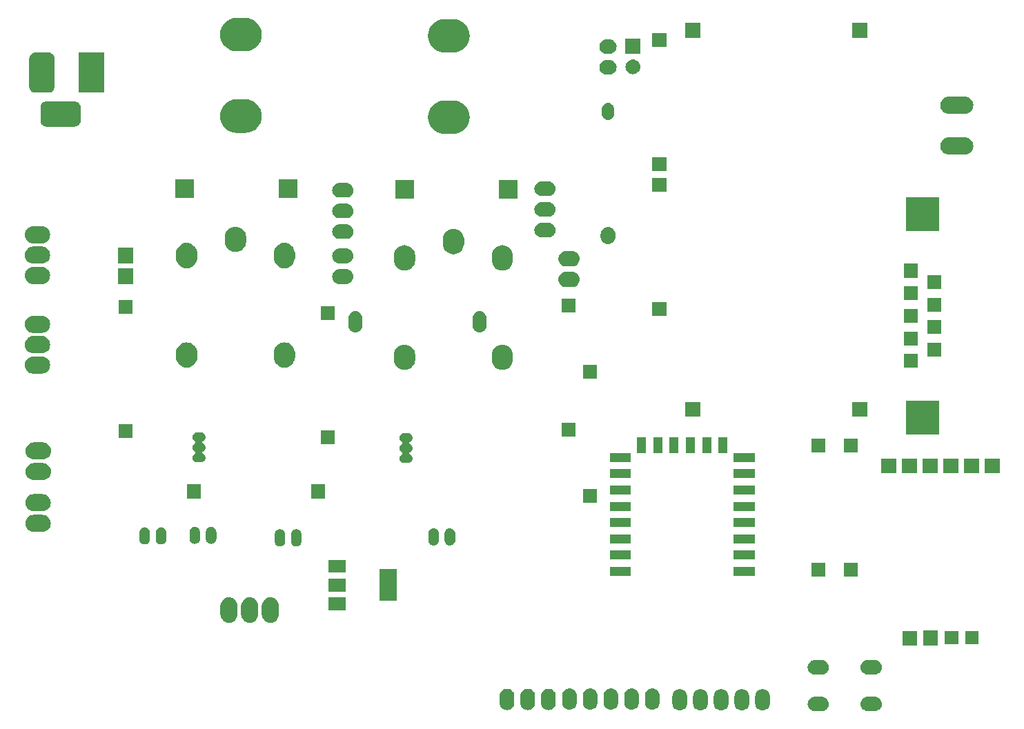
<source format=gbr>
G04 #@! TF.GenerationSoftware,KiCad,Pcbnew,(5.0.1)-4*
G04 #@! TF.CreationDate,2019-04-16T10:01:15-03:00*
G04 #@! TF.ProjectId,Ignitor,49676E69746F722E6B696361645F7063,rev?*
G04 #@! TF.SameCoordinates,Original*
G04 #@! TF.FileFunction,Soldermask,Top*
G04 #@! TF.FilePolarity,Negative*
%FSLAX46Y46*%
G04 Gerber Fmt 4.6, Leading zero omitted, Abs format (unit mm)*
G04 Created by KiCad (PCBNEW (5.0.1)-4) date 16/04/2019 10:01:15*
%MOMM*%
%LPD*%
G01*
G04 APERTURE LIST*
%ADD10C,0.100000*%
G04 APERTURE END LIST*
D10*
G36*
X227010443Y-111605519D02*
X227076627Y-111612037D01*
X227189853Y-111646384D01*
X227246467Y-111663557D01*
X227385087Y-111737652D01*
X227402991Y-111747222D01*
X227438729Y-111776552D01*
X227540186Y-111859814D01*
X227623448Y-111961271D01*
X227652778Y-111997009D01*
X227652779Y-111997011D01*
X227736443Y-112153533D01*
X227736443Y-112153534D01*
X227787963Y-112323373D01*
X227805359Y-112500000D01*
X227787963Y-112676627D01*
X227766777Y-112746467D01*
X227736443Y-112846467D01*
X227706231Y-112902989D01*
X227652778Y-113002991D01*
X227623448Y-113038729D01*
X227540186Y-113140186D01*
X227460771Y-113205359D01*
X227402991Y-113252778D01*
X227402989Y-113252779D01*
X227246467Y-113336443D01*
X227189853Y-113353616D01*
X227076627Y-113387963D01*
X227010442Y-113394482D01*
X226944260Y-113401000D01*
X226055740Y-113401000D01*
X225989558Y-113394482D01*
X225923373Y-113387963D01*
X225810147Y-113353616D01*
X225753533Y-113336443D01*
X225597011Y-113252779D01*
X225597009Y-113252778D01*
X225539229Y-113205359D01*
X225459814Y-113140186D01*
X225376552Y-113038729D01*
X225347222Y-113002991D01*
X225293769Y-112902989D01*
X225263557Y-112846467D01*
X225233223Y-112746467D01*
X225212037Y-112676627D01*
X225194641Y-112500000D01*
X225212037Y-112323373D01*
X225263557Y-112153534D01*
X225263557Y-112153533D01*
X225347221Y-111997011D01*
X225347222Y-111997009D01*
X225376552Y-111961271D01*
X225459814Y-111859814D01*
X225561271Y-111776552D01*
X225597009Y-111747222D01*
X225614913Y-111737652D01*
X225753533Y-111663557D01*
X225810147Y-111646384D01*
X225923373Y-111612037D01*
X225989557Y-111605519D01*
X226055740Y-111599000D01*
X226944260Y-111599000D01*
X227010443Y-111605519D01*
X227010443Y-111605519D01*
G37*
G36*
X220510443Y-111605519D02*
X220576627Y-111612037D01*
X220689853Y-111646384D01*
X220746467Y-111663557D01*
X220885087Y-111737652D01*
X220902991Y-111747222D01*
X220938729Y-111776552D01*
X221040186Y-111859814D01*
X221123448Y-111961271D01*
X221152778Y-111997009D01*
X221152779Y-111997011D01*
X221236443Y-112153533D01*
X221236443Y-112153534D01*
X221287963Y-112323373D01*
X221305359Y-112500000D01*
X221287963Y-112676627D01*
X221266777Y-112746467D01*
X221236443Y-112846467D01*
X221206231Y-112902989D01*
X221152778Y-113002991D01*
X221123448Y-113038729D01*
X221040186Y-113140186D01*
X220960771Y-113205359D01*
X220902991Y-113252778D01*
X220902989Y-113252779D01*
X220746467Y-113336443D01*
X220689853Y-113353616D01*
X220576627Y-113387963D01*
X220510442Y-113394482D01*
X220444260Y-113401000D01*
X219555740Y-113401000D01*
X219489558Y-113394482D01*
X219423373Y-113387963D01*
X219310147Y-113353616D01*
X219253533Y-113336443D01*
X219097011Y-113252779D01*
X219097009Y-113252778D01*
X219039229Y-113205359D01*
X218959814Y-113140186D01*
X218876552Y-113038729D01*
X218847222Y-113002991D01*
X218793769Y-112902989D01*
X218763557Y-112846467D01*
X218733223Y-112746467D01*
X218712037Y-112676627D01*
X218694641Y-112500000D01*
X218712037Y-112323373D01*
X218763557Y-112153534D01*
X218763557Y-112153533D01*
X218847221Y-111997011D01*
X218847222Y-111997009D01*
X218876552Y-111961271D01*
X218959814Y-111859814D01*
X219061271Y-111776552D01*
X219097009Y-111747222D01*
X219114913Y-111737652D01*
X219253533Y-111663557D01*
X219310147Y-111646384D01*
X219423373Y-111612037D01*
X219489557Y-111605519D01*
X219555740Y-111599000D01*
X220444260Y-111599000D01*
X220510443Y-111605519D01*
X220510443Y-111605519D01*
G37*
G36*
X213336626Y-110712037D02*
X213449852Y-110746384D01*
X213506466Y-110763557D01*
X213662989Y-110847221D01*
X213800186Y-110959814D01*
X213883448Y-111061271D01*
X213912778Y-111097009D01*
X213912779Y-111097011D01*
X213996443Y-111253533D01*
X214013616Y-111310147D01*
X214047963Y-111423373D01*
X214061000Y-111555742D01*
X214061000Y-112444258D01*
X214047963Y-112576627D01*
X214026777Y-112646467D01*
X213996443Y-112746467D01*
X213942991Y-112846467D01*
X213912778Y-112902991D01*
X213883448Y-112938729D01*
X213800186Y-113040186D01*
X213723916Y-113102778D01*
X213662991Y-113152778D01*
X213662989Y-113152779D01*
X213506467Y-113236443D01*
X213452617Y-113252778D01*
X213336627Y-113287963D01*
X213160000Y-113305359D01*
X212983374Y-113287963D01*
X212867384Y-113252778D01*
X212813534Y-113236443D01*
X212657012Y-113152779D01*
X212657010Y-113152778D01*
X212596085Y-113102778D01*
X212519815Y-113040186D01*
X212436553Y-112938729D01*
X212407223Y-112902991D01*
X212377010Y-112846467D01*
X212323558Y-112746467D01*
X212293224Y-112646467D01*
X212272038Y-112576627D01*
X212259000Y-112444258D01*
X212259000Y-111555743D01*
X212272037Y-111423374D01*
X212323557Y-111253535D01*
X212323557Y-111253534D01*
X212407221Y-111097011D01*
X212519814Y-110959814D01*
X212621271Y-110876552D01*
X212657009Y-110847222D01*
X212674913Y-110837652D01*
X212813533Y-110763557D01*
X212870147Y-110746384D01*
X212983373Y-110712037D01*
X213160000Y-110694641D01*
X213336626Y-110712037D01*
X213336626Y-110712037D01*
G37*
G36*
X208256626Y-110712037D02*
X208369852Y-110746384D01*
X208426466Y-110763557D01*
X208582989Y-110847221D01*
X208720186Y-110959814D01*
X208803448Y-111061271D01*
X208832778Y-111097009D01*
X208832779Y-111097011D01*
X208916443Y-111253533D01*
X208933616Y-111310147D01*
X208967963Y-111423373D01*
X208981000Y-111555742D01*
X208981000Y-112444258D01*
X208967963Y-112576627D01*
X208946777Y-112646467D01*
X208916443Y-112746467D01*
X208862991Y-112846467D01*
X208832778Y-112902991D01*
X208803448Y-112938729D01*
X208720186Y-113040186D01*
X208643916Y-113102778D01*
X208582991Y-113152778D01*
X208582989Y-113152779D01*
X208426467Y-113236443D01*
X208372617Y-113252778D01*
X208256627Y-113287963D01*
X208080000Y-113305359D01*
X207903374Y-113287963D01*
X207787384Y-113252778D01*
X207733534Y-113236443D01*
X207577012Y-113152779D01*
X207577010Y-113152778D01*
X207516085Y-113102778D01*
X207439815Y-113040186D01*
X207356553Y-112938729D01*
X207327223Y-112902991D01*
X207297010Y-112846467D01*
X207243558Y-112746467D01*
X207213224Y-112646467D01*
X207192038Y-112576627D01*
X207179000Y-112444258D01*
X207179000Y-111555743D01*
X207192037Y-111423374D01*
X207243557Y-111253535D01*
X207243557Y-111253534D01*
X207327221Y-111097011D01*
X207439814Y-110959814D01*
X207541271Y-110876552D01*
X207577009Y-110847222D01*
X207594913Y-110837652D01*
X207733533Y-110763557D01*
X207790147Y-110746384D01*
X207903373Y-110712037D01*
X208080000Y-110694641D01*
X208256626Y-110712037D01*
X208256626Y-110712037D01*
G37*
G36*
X203176626Y-110712037D02*
X203289852Y-110746384D01*
X203346466Y-110763557D01*
X203502989Y-110847221D01*
X203640186Y-110959814D01*
X203723448Y-111061271D01*
X203752778Y-111097009D01*
X203752779Y-111097011D01*
X203836443Y-111253533D01*
X203853616Y-111310147D01*
X203887963Y-111423373D01*
X203901000Y-111555742D01*
X203901000Y-112444258D01*
X203887963Y-112576627D01*
X203866777Y-112646467D01*
X203836443Y-112746467D01*
X203782991Y-112846467D01*
X203752778Y-112902991D01*
X203723448Y-112938729D01*
X203640186Y-113040186D01*
X203563916Y-113102778D01*
X203502991Y-113152778D01*
X203502989Y-113152779D01*
X203346467Y-113236443D01*
X203292617Y-113252778D01*
X203176627Y-113287963D01*
X203000000Y-113305359D01*
X202823374Y-113287963D01*
X202707384Y-113252778D01*
X202653534Y-113236443D01*
X202497012Y-113152779D01*
X202497010Y-113152778D01*
X202436085Y-113102778D01*
X202359815Y-113040186D01*
X202276553Y-112938729D01*
X202247223Y-112902991D01*
X202217010Y-112846467D01*
X202163558Y-112746467D01*
X202133224Y-112646467D01*
X202112038Y-112576627D01*
X202099000Y-112444258D01*
X202099000Y-111555743D01*
X202112037Y-111423374D01*
X202163557Y-111253535D01*
X202163557Y-111253534D01*
X202247221Y-111097011D01*
X202359814Y-110959814D01*
X202461271Y-110876552D01*
X202497009Y-110847222D01*
X202514913Y-110837652D01*
X202653533Y-110763557D01*
X202710147Y-110746384D01*
X202823373Y-110712037D01*
X203000000Y-110694641D01*
X203176626Y-110712037D01*
X203176626Y-110712037D01*
G37*
G36*
X210796626Y-110712037D02*
X210909852Y-110746384D01*
X210966466Y-110763557D01*
X211122989Y-110847221D01*
X211260186Y-110959814D01*
X211343448Y-111061271D01*
X211372778Y-111097009D01*
X211372779Y-111097011D01*
X211456443Y-111253533D01*
X211473616Y-111310147D01*
X211507963Y-111423373D01*
X211521000Y-111555742D01*
X211521000Y-112444258D01*
X211507963Y-112576627D01*
X211486777Y-112646467D01*
X211456443Y-112746467D01*
X211402991Y-112846467D01*
X211372778Y-112902991D01*
X211343448Y-112938729D01*
X211260186Y-113040186D01*
X211183916Y-113102778D01*
X211122991Y-113152778D01*
X211122989Y-113152779D01*
X210966467Y-113236443D01*
X210912617Y-113252778D01*
X210796627Y-113287963D01*
X210620000Y-113305359D01*
X210443374Y-113287963D01*
X210327384Y-113252778D01*
X210273534Y-113236443D01*
X210117012Y-113152779D01*
X210117010Y-113152778D01*
X210056085Y-113102778D01*
X209979815Y-113040186D01*
X209896553Y-112938729D01*
X209867223Y-112902991D01*
X209837010Y-112846467D01*
X209783558Y-112746467D01*
X209753224Y-112646467D01*
X209732038Y-112576627D01*
X209719000Y-112444258D01*
X209719000Y-111555743D01*
X209732037Y-111423374D01*
X209783557Y-111253535D01*
X209783557Y-111253534D01*
X209867221Y-111097011D01*
X209979814Y-110959814D01*
X210081271Y-110876552D01*
X210117009Y-110847222D01*
X210134913Y-110837652D01*
X210273533Y-110763557D01*
X210330147Y-110746384D01*
X210443373Y-110712037D01*
X210620000Y-110694641D01*
X210796626Y-110712037D01*
X210796626Y-110712037D01*
G37*
G36*
X205716626Y-110712037D02*
X205829852Y-110746384D01*
X205886466Y-110763557D01*
X206042989Y-110847221D01*
X206180186Y-110959814D01*
X206263448Y-111061271D01*
X206292778Y-111097009D01*
X206292779Y-111097011D01*
X206376443Y-111253533D01*
X206393616Y-111310147D01*
X206427963Y-111423373D01*
X206441000Y-111555742D01*
X206441000Y-112444258D01*
X206427963Y-112576627D01*
X206406777Y-112646467D01*
X206376443Y-112746467D01*
X206322991Y-112846467D01*
X206292778Y-112902991D01*
X206263448Y-112938729D01*
X206180186Y-113040186D01*
X206103916Y-113102778D01*
X206042991Y-113152778D01*
X206042989Y-113152779D01*
X205886467Y-113236443D01*
X205832617Y-113252778D01*
X205716627Y-113287963D01*
X205540000Y-113305359D01*
X205363374Y-113287963D01*
X205247384Y-113252778D01*
X205193534Y-113236443D01*
X205037012Y-113152779D01*
X205037010Y-113152778D01*
X204976085Y-113102778D01*
X204899815Y-113040186D01*
X204816553Y-112938729D01*
X204787223Y-112902991D01*
X204757010Y-112846467D01*
X204703558Y-112746467D01*
X204673224Y-112646467D01*
X204652038Y-112576627D01*
X204639000Y-112444258D01*
X204639000Y-111555743D01*
X204652037Y-111423374D01*
X204703557Y-111253535D01*
X204703557Y-111253534D01*
X204787221Y-111097011D01*
X204899814Y-110959814D01*
X205001271Y-110876552D01*
X205037009Y-110847222D01*
X205054913Y-110837652D01*
X205193533Y-110763557D01*
X205250147Y-110746384D01*
X205363373Y-110712037D01*
X205540000Y-110694641D01*
X205716626Y-110712037D01*
X205716626Y-110712037D01*
G37*
G36*
X184516626Y-110662037D02*
X184624107Y-110694641D01*
X184686466Y-110713557D01*
X184842989Y-110797221D01*
X184980186Y-110909814D01*
X185063448Y-111011271D01*
X185092778Y-111047009D01*
X185092779Y-111047011D01*
X185176443Y-111203533D01*
X185191610Y-111253533D01*
X185227963Y-111373373D01*
X185241000Y-111505742D01*
X185241000Y-112394258D01*
X185227963Y-112526627D01*
X185191610Y-112646466D01*
X185176443Y-112696467D01*
X185149717Y-112746467D01*
X185092778Y-112852991D01*
X185063448Y-112888729D01*
X184980186Y-112990186D01*
X184903916Y-113052778D01*
X184842991Y-113102778D01*
X184842989Y-113102779D01*
X184686467Y-113186443D01*
X184629853Y-113203616D01*
X184516627Y-113237963D01*
X184340000Y-113255359D01*
X184163374Y-113237963D01*
X184050148Y-113203616D01*
X183993534Y-113186443D01*
X183837012Y-113102779D01*
X183837010Y-113102778D01*
X183776085Y-113052778D01*
X183699815Y-112990186D01*
X183616553Y-112888729D01*
X183587223Y-112852991D01*
X183530284Y-112746467D01*
X183503558Y-112696467D01*
X183486385Y-112639853D01*
X183452038Y-112526627D01*
X183439000Y-112394258D01*
X183439000Y-111505743D01*
X183452037Y-111373374D01*
X183503557Y-111203535D01*
X183503557Y-111203534D01*
X183587221Y-111047011D01*
X183699814Y-110909814D01*
X183801271Y-110826552D01*
X183837009Y-110797222D01*
X183899991Y-110763557D01*
X183993533Y-110713557D01*
X184055892Y-110694641D01*
X184163373Y-110662037D01*
X184340000Y-110644641D01*
X184516626Y-110662037D01*
X184516626Y-110662037D01*
G37*
G36*
X181976626Y-110662037D02*
X182084107Y-110694641D01*
X182146466Y-110713557D01*
X182302989Y-110797221D01*
X182440186Y-110909814D01*
X182523448Y-111011271D01*
X182552778Y-111047009D01*
X182552779Y-111047011D01*
X182636443Y-111203533D01*
X182651610Y-111253533D01*
X182687963Y-111373373D01*
X182701000Y-111505742D01*
X182701000Y-112394258D01*
X182687963Y-112526627D01*
X182651610Y-112646466D01*
X182636443Y-112696467D01*
X182609717Y-112746467D01*
X182552778Y-112852991D01*
X182523448Y-112888729D01*
X182440186Y-112990186D01*
X182363916Y-113052778D01*
X182302991Y-113102778D01*
X182302989Y-113102779D01*
X182146467Y-113186443D01*
X182089853Y-113203616D01*
X181976627Y-113237963D01*
X181800000Y-113255359D01*
X181623374Y-113237963D01*
X181510148Y-113203616D01*
X181453534Y-113186443D01*
X181297012Y-113102779D01*
X181297010Y-113102778D01*
X181236085Y-113052778D01*
X181159815Y-112990186D01*
X181076553Y-112888729D01*
X181047223Y-112852991D01*
X180990284Y-112746467D01*
X180963558Y-112696467D01*
X180946385Y-112639853D01*
X180912038Y-112526627D01*
X180899000Y-112394258D01*
X180899000Y-111505743D01*
X180912037Y-111373374D01*
X180963557Y-111203535D01*
X180963557Y-111203534D01*
X181047221Y-111047011D01*
X181159814Y-110909814D01*
X181261271Y-110826552D01*
X181297009Y-110797222D01*
X181359991Y-110763557D01*
X181453533Y-110713557D01*
X181515892Y-110694641D01*
X181623373Y-110662037D01*
X181800000Y-110644641D01*
X181976626Y-110662037D01*
X181976626Y-110662037D01*
G37*
G36*
X187056626Y-110662037D02*
X187164107Y-110694641D01*
X187226466Y-110713557D01*
X187382989Y-110797221D01*
X187520186Y-110909814D01*
X187603448Y-111011271D01*
X187632778Y-111047009D01*
X187632779Y-111047011D01*
X187716443Y-111203533D01*
X187731610Y-111253533D01*
X187767963Y-111373373D01*
X187781000Y-111505742D01*
X187781000Y-112394258D01*
X187767963Y-112526627D01*
X187731610Y-112646466D01*
X187716443Y-112696467D01*
X187689717Y-112746467D01*
X187632778Y-112852991D01*
X187603448Y-112888729D01*
X187520186Y-112990186D01*
X187443916Y-113052778D01*
X187382991Y-113102778D01*
X187382989Y-113102779D01*
X187226467Y-113186443D01*
X187169853Y-113203616D01*
X187056627Y-113237963D01*
X186880000Y-113255359D01*
X186703374Y-113237963D01*
X186590148Y-113203616D01*
X186533534Y-113186443D01*
X186377012Y-113102779D01*
X186377010Y-113102778D01*
X186316085Y-113052778D01*
X186239815Y-112990186D01*
X186156553Y-112888729D01*
X186127223Y-112852991D01*
X186070284Y-112746467D01*
X186043558Y-112696467D01*
X186026385Y-112639853D01*
X185992038Y-112526627D01*
X185979000Y-112394258D01*
X185979000Y-111505743D01*
X185992037Y-111373374D01*
X186043557Y-111203535D01*
X186043557Y-111203534D01*
X186127221Y-111047011D01*
X186239814Y-110909814D01*
X186341271Y-110826552D01*
X186377009Y-110797222D01*
X186439991Y-110763557D01*
X186533533Y-110713557D01*
X186595892Y-110694641D01*
X186703373Y-110662037D01*
X186880000Y-110644641D01*
X187056626Y-110662037D01*
X187056626Y-110662037D01*
G37*
G36*
X197276626Y-110612037D02*
X197384107Y-110644641D01*
X197446466Y-110663557D01*
X197602989Y-110747221D01*
X197740186Y-110859814D01*
X197822253Y-110959814D01*
X197852778Y-110997009D01*
X197852779Y-110997011D01*
X197936443Y-111153533D01*
X197951610Y-111203533D01*
X197987963Y-111323373D01*
X198001000Y-111455742D01*
X198001000Y-112344258D01*
X197987963Y-112476627D01*
X197957629Y-112576624D01*
X197936443Y-112646467D01*
X197882991Y-112746467D01*
X197852778Y-112802991D01*
X197823448Y-112838729D01*
X197740186Y-112940186D01*
X197638729Y-113023448D01*
X197602991Y-113052778D01*
X197602989Y-113052779D01*
X197446467Y-113136443D01*
X197392617Y-113152778D01*
X197276627Y-113187963D01*
X197100000Y-113205359D01*
X196923374Y-113187963D01*
X196807384Y-113152778D01*
X196753534Y-113136443D01*
X196597012Y-113052779D01*
X196597010Y-113052778D01*
X196561272Y-113023448D01*
X196459815Y-112940186D01*
X196376553Y-112838729D01*
X196347223Y-112802991D01*
X196317010Y-112746467D01*
X196263558Y-112646467D01*
X196242372Y-112576624D01*
X196212038Y-112476627D01*
X196199000Y-112344258D01*
X196199000Y-111455743D01*
X196212037Y-111323374D01*
X196263557Y-111153535D01*
X196263557Y-111153534D01*
X196347221Y-110997011D01*
X196459814Y-110859814D01*
X196577105Y-110763557D01*
X196597009Y-110747222D01*
X196695380Y-110694641D01*
X196753533Y-110663557D01*
X196815892Y-110644641D01*
X196923373Y-110612037D01*
X197100000Y-110594641D01*
X197276626Y-110612037D01*
X197276626Y-110612037D01*
G37*
G36*
X189656626Y-110612037D02*
X189764107Y-110644641D01*
X189826466Y-110663557D01*
X189982989Y-110747221D01*
X190120186Y-110859814D01*
X190202253Y-110959814D01*
X190232778Y-110997009D01*
X190232779Y-110997011D01*
X190316443Y-111153533D01*
X190331610Y-111203533D01*
X190367963Y-111323373D01*
X190381000Y-111455742D01*
X190381000Y-112344258D01*
X190367963Y-112476627D01*
X190337629Y-112576624D01*
X190316443Y-112646467D01*
X190262991Y-112746467D01*
X190232778Y-112802991D01*
X190203448Y-112838729D01*
X190120186Y-112940186D01*
X190018729Y-113023448D01*
X189982991Y-113052778D01*
X189982989Y-113052779D01*
X189826467Y-113136443D01*
X189772617Y-113152778D01*
X189656627Y-113187963D01*
X189480000Y-113205359D01*
X189303374Y-113187963D01*
X189187384Y-113152778D01*
X189133534Y-113136443D01*
X188977012Y-113052779D01*
X188977010Y-113052778D01*
X188941272Y-113023448D01*
X188839815Y-112940186D01*
X188756553Y-112838729D01*
X188727223Y-112802991D01*
X188697010Y-112746467D01*
X188643558Y-112646467D01*
X188622372Y-112576624D01*
X188592038Y-112476627D01*
X188579000Y-112344258D01*
X188579000Y-111455743D01*
X188592037Y-111323374D01*
X188643557Y-111153535D01*
X188643557Y-111153534D01*
X188727221Y-110997011D01*
X188839814Y-110859814D01*
X188957105Y-110763557D01*
X188977009Y-110747222D01*
X189075380Y-110694641D01*
X189133533Y-110663557D01*
X189195892Y-110644641D01*
X189303373Y-110612037D01*
X189480000Y-110594641D01*
X189656626Y-110612037D01*
X189656626Y-110612037D01*
G37*
G36*
X192196626Y-110612037D02*
X192304107Y-110644641D01*
X192366466Y-110663557D01*
X192522989Y-110747221D01*
X192660186Y-110859814D01*
X192742253Y-110959814D01*
X192772778Y-110997009D01*
X192772779Y-110997011D01*
X192856443Y-111153533D01*
X192871610Y-111203533D01*
X192907963Y-111323373D01*
X192921000Y-111455742D01*
X192921000Y-112344258D01*
X192907963Y-112476627D01*
X192877629Y-112576624D01*
X192856443Y-112646467D01*
X192802991Y-112746467D01*
X192772778Y-112802991D01*
X192743448Y-112838729D01*
X192660186Y-112940186D01*
X192558729Y-113023448D01*
X192522991Y-113052778D01*
X192522989Y-113052779D01*
X192366467Y-113136443D01*
X192312617Y-113152778D01*
X192196627Y-113187963D01*
X192020000Y-113205359D01*
X191843374Y-113187963D01*
X191727384Y-113152778D01*
X191673534Y-113136443D01*
X191517012Y-113052779D01*
X191517010Y-113052778D01*
X191481272Y-113023448D01*
X191379815Y-112940186D01*
X191296553Y-112838729D01*
X191267223Y-112802991D01*
X191237010Y-112746467D01*
X191183558Y-112646467D01*
X191162372Y-112576624D01*
X191132038Y-112476627D01*
X191119000Y-112344258D01*
X191119000Y-111455743D01*
X191132037Y-111323374D01*
X191183557Y-111153535D01*
X191183557Y-111153534D01*
X191267221Y-110997011D01*
X191379814Y-110859814D01*
X191497105Y-110763557D01*
X191517009Y-110747222D01*
X191615380Y-110694641D01*
X191673533Y-110663557D01*
X191735892Y-110644641D01*
X191843373Y-110612037D01*
X192020000Y-110594641D01*
X192196626Y-110612037D01*
X192196626Y-110612037D01*
G37*
G36*
X194736626Y-110612037D02*
X194844107Y-110644641D01*
X194906466Y-110663557D01*
X195062989Y-110747221D01*
X195200186Y-110859814D01*
X195282253Y-110959814D01*
X195312778Y-110997009D01*
X195312779Y-110997011D01*
X195396443Y-111153533D01*
X195411610Y-111203533D01*
X195447963Y-111323373D01*
X195461000Y-111455742D01*
X195461000Y-112344258D01*
X195447963Y-112476627D01*
X195417629Y-112576624D01*
X195396443Y-112646467D01*
X195342991Y-112746467D01*
X195312778Y-112802991D01*
X195283448Y-112838729D01*
X195200186Y-112940186D01*
X195098729Y-113023448D01*
X195062991Y-113052778D01*
X195062989Y-113052779D01*
X194906467Y-113136443D01*
X194852617Y-113152778D01*
X194736627Y-113187963D01*
X194560000Y-113205359D01*
X194383374Y-113187963D01*
X194267384Y-113152778D01*
X194213534Y-113136443D01*
X194057012Y-113052779D01*
X194057010Y-113052778D01*
X194021272Y-113023448D01*
X193919815Y-112940186D01*
X193836553Y-112838729D01*
X193807223Y-112802991D01*
X193777010Y-112746467D01*
X193723558Y-112646467D01*
X193702372Y-112576624D01*
X193672038Y-112476627D01*
X193659000Y-112344258D01*
X193659000Y-111455743D01*
X193672037Y-111323374D01*
X193723557Y-111153535D01*
X193723557Y-111153534D01*
X193807221Y-110997011D01*
X193919814Y-110859814D01*
X194037105Y-110763557D01*
X194057009Y-110747222D01*
X194155380Y-110694641D01*
X194213533Y-110663557D01*
X194275892Y-110644641D01*
X194383373Y-110612037D01*
X194560000Y-110594641D01*
X194736626Y-110612037D01*
X194736626Y-110612037D01*
G37*
G36*
X199816626Y-110612037D02*
X199924107Y-110644641D01*
X199986466Y-110663557D01*
X200142989Y-110747221D01*
X200280186Y-110859814D01*
X200362253Y-110959814D01*
X200392778Y-110997009D01*
X200392779Y-110997011D01*
X200476443Y-111153533D01*
X200491610Y-111203533D01*
X200527963Y-111323373D01*
X200541000Y-111455742D01*
X200541000Y-112344258D01*
X200527963Y-112476627D01*
X200497629Y-112576624D01*
X200476443Y-112646467D01*
X200422991Y-112746467D01*
X200392778Y-112802991D01*
X200363448Y-112838729D01*
X200280186Y-112940186D01*
X200178729Y-113023448D01*
X200142991Y-113052778D01*
X200142989Y-113052779D01*
X199986467Y-113136443D01*
X199932617Y-113152778D01*
X199816627Y-113187963D01*
X199640000Y-113205359D01*
X199463374Y-113187963D01*
X199347384Y-113152778D01*
X199293534Y-113136443D01*
X199137012Y-113052779D01*
X199137010Y-113052778D01*
X199101272Y-113023448D01*
X198999815Y-112940186D01*
X198916553Y-112838729D01*
X198887223Y-112802991D01*
X198857010Y-112746467D01*
X198803558Y-112646467D01*
X198782372Y-112576624D01*
X198752038Y-112476627D01*
X198739000Y-112344258D01*
X198739000Y-111455743D01*
X198752037Y-111323374D01*
X198803557Y-111153535D01*
X198803557Y-111153534D01*
X198887221Y-110997011D01*
X198999814Y-110859814D01*
X199117105Y-110763557D01*
X199137009Y-110747222D01*
X199235380Y-110694641D01*
X199293533Y-110663557D01*
X199355892Y-110644641D01*
X199463373Y-110612037D01*
X199640000Y-110594641D01*
X199816626Y-110612037D01*
X199816626Y-110612037D01*
G37*
G36*
X220510443Y-107105519D02*
X220576627Y-107112037D01*
X220689853Y-107146384D01*
X220746467Y-107163557D01*
X220885087Y-107237652D01*
X220902991Y-107247222D01*
X220938729Y-107276552D01*
X221040186Y-107359814D01*
X221123448Y-107461271D01*
X221152778Y-107497009D01*
X221152779Y-107497011D01*
X221236443Y-107653533D01*
X221236443Y-107653534D01*
X221287963Y-107823373D01*
X221305359Y-108000000D01*
X221287963Y-108176627D01*
X221253616Y-108289853D01*
X221236443Y-108346467D01*
X221162348Y-108485087D01*
X221152778Y-108502991D01*
X221123448Y-108538729D01*
X221040186Y-108640186D01*
X220938729Y-108723448D01*
X220902991Y-108752778D01*
X220902989Y-108752779D01*
X220746467Y-108836443D01*
X220689853Y-108853616D01*
X220576627Y-108887963D01*
X220510442Y-108894482D01*
X220444260Y-108901000D01*
X219555740Y-108901000D01*
X219489558Y-108894482D01*
X219423373Y-108887963D01*
X219310147Y-108853616D01*
X219253533Y-108836443D01*
X219097011Y-108752779D01*
X219097009Y-108752778D01*
X219061271Y-108723448D01*
X218959814Y-108640186D01*
X218876552Y-108538729D01*
X218847222Y-108502991D01*
X218837652Y-108485087D01*
X218763557Y-108346467D01*
X218746384Y-108289853D01*
X218712037Y-108176627D01*
X218694641Y-108000000D01*
X218712037Y-107823373D01*
X218763557Y-107653534D01*
X218763557Y-107653533D01*
X218847221Y-107497011D01*
X218847222Y-107497009D01*
X218876552Y-107461271D01*
X218959814Y-107359814D01*
X219061271Y-107276552D01*
X219097009Y-107247222D01*
X219114913Y-107237652D01*
X219253533Y-107163557D01*
X219310147Y-107146384D01*
X219423373Y-107112037D01*
X219489557Y-107105519D01*
X219555740Y-107099000D01*
X220444260Y-107099000D01*
X220510443Y-107105519D01*
X220510443Y-107105519D01*
G37*
G36*
X227010443Y-107105519D02*
X227076627Y-107112037D01*
X227189853Y-107146384D01*
X227246467Y-107163557D01*
X227385087Y-107237652D01*
X227402991Y-107247222D01*
X227438729Y-107276552D01*
X227540186Y-107359814D01*
X227623448Y-107461271D01*
X227652778Y-107497009D01*
X227652779Y-107497011D01*
X227736443Y-107653533D01*
X227736443Y-107653534D01*
X227787963Y-107823373D01*
X227805359Y-108000000D01*
X227787963Y-108176627D01*
X227753616Y-108289853D01*
X227736443Y-108346467D01*
X227662348Y-108485087D01*
X227652778Y-108502991D01*
X227623448Y-108538729D01*
X227540186Y-108640186D01*
X227438729Y-108723448D01*
X227402991Y-108752778D01*
X227402989Y-108752779D01*
X227246467Y-108836443D01*
X227189853Y-108853616D01*
X227076627Y-108887963D01*
X227010442Y-108894482D01*
X226944260Y-108901000D01*
X226055740Y-108901000D01*
X225989558Y-108894482D01*
X225923373Y-108887963D01*
X225810147Y-108853616D01*
X225753533Y-108836443D01*
X225597011Y-108752779D01*
X225597009Y-108752778D01*
X225561271Y-108723448D01*
X225459814Y-108640186D01*
X225376552Y-108538729D01*
X225347222Y-108502991D01*
X225337652Y-108485087D01*
X225263557Y-108346467D01*
X225246384Y-108289853D01*
X225212037Y-108176627D01*
X225194641Y-108000000D01*
X225212037Y-107823373D01*
X225263557Y-107653534D01*
X225263557Y-107653533D01*
X225347221Y-107497011D01*
X225347222Y-107497009D01*
X225376552Y-107461271D01*
X225459814Y-107359814D01*
X225561271Y-107276552D01*
X225597009Y-107247222D01*
X225614913Y-107237652D01*
X225753533Y-107163557D01*
X225810147Y-107146384D01*
X225923373Y-107112037D01*
X225989557Y-107105519D01*
X226055740Y-107099000D01*
X226944260Y-107099000D01*
X227010443Y-107105519D01*
X227010443Y-107105519D01*
G37*
G36*
X232151000Y-105351000D02*
X230349000Y-105351000D01*
X230349000Y-103549000D01*
X232151000Y-103549000D01*
X232151000Y-105351000D01*
X232151000Y-105351000D01*
G37*
G36*
X234651000Y-105301000D02*
X232849000Y-105301000D01*
X232849000Y-103499000D01*
X234651000Y-103499000D01*
X234651000Y-105301000D01*
X234651000Y-105301000D01*
G37*
G36*
X239663000Y-105163000D02*
X238037000Y-105163000D01*
X238037000Y-103537000D01*
X239663000Y-103537000D01*
X239663000Y-105163000D01*
X239663000Y-105163000D01*
G37*
G36*
X237163000Y-105163000D02*
X235537000Y-105163000D01*
X235537000Y-103537000D01*
X237163000Y-103537000D01*
X237163000Y-105163000D01*
X237163000Y-105163000D01*
G37*
G36*
X152986031Y-99434207D02*
X153184145Y-99494305D01*
X153366729Y-99591897D01*
X153526765Y-99723235D01*
X153526766Y-99723237D01*
X153526768Y-99723238D01*
X153605568Y-99819257D01*
X153658103Y-99883271D01*
X153755695Y-100065854D01*
X153815793Y-100263968D01*
X153831000Y-100418370D01*
X153831000Y-101521630D01*
X153815793Y-101676032D01*
X153755695Y-101874146D01*
X153658103Y-102056729D01*
X153526765Y-102216765D01*
X153366729Y-102348103D01*
X153184146Y-102445695D01*
X152986032Y-102505793D01*
X152780000Y-102526085D01*
X152573969Y-102505793D01*
X152375855Y-102445695D01*
X152193272Y-102348103D01*
X152033236Y-102216765D01*
X151901899Y-102056731D01*
X151804306Y-101874148D01*
X151744207Y-101676028D01*
X151729000Y-101521631D01*
X151729000Y-100418370D01*
X151744207Y-100263973D01*
X151744207Y-100263969D01*
X151804305Y-100065855D01*
X151901897Y-99883271D01*
X152033235Y-99723235D01*
X152033237Y-99723234D01*
X152033238Y-99723232D01*
X152193269Y-99591899D01*
X152193271Y-99591897D01*
X152375854Y-99494305D01*
X152573968Y-99434207D01*
X152780000Y-99413915D01*
X152986031Y-99434207D01*
X152986031Y-99434207D01*
G37*
G36*
X150446031Y-99434207D02*
X150644145Y-99494305D01*
X150826729Y-99591897D01*
X150986765Y-99723235D01*
X150986766Y-99723237D01*
X150986768Y-99723238D01*
X151065568Y-99819257D01*
X151118103Y-99883271D01*
X151215695Y-100065854D01*
X151275793Y-100263968D01*
X151291000Y-100418370D01*
X151291000Y-101521630D01*
X151275793Y-101676032D01*
X151215695Y-101874146D01*
X151118103Y-102056729D01*
X150986765Y-102216765D01*
X150826729Y-102348103D01*
X150644146Y-102445695D01*
X150446032Y-102505793D01*
X150240000Y-102526085D01*
X150033969Y-102505793D01*
X149835855Y-102445695D01*
X149653272Y-102348103D01*
X149493236Y-102216765D01*
X149361899Y-102056731D01*
X149264306Y-101874148D01*
X149204207Y-101676028D01*
X149189000Y-101521631D01*
X149189000Y-100418370D01*
X149204207Y-100263973D01*
X149204207Y-100263969D01*
X149264305Y-100065855D01*
X149361897Y-99883271D01*
X149493235Y-99723235D01*
X149493237Y-99723234D01*
X149493238Y-99723232D01*
X149653269Y-99591899D01*
X149653271Y-99591897D01*
X149835854Y-99494305D01*
X150033968Y-99434207D01*
X150240000Y-99413915D01*
X150446031Y-99434207D01*
X150446031Y-99434207D01*
G37*
G36*
X147906031Y-99434207D02*
X148104145Y-99494305D01*
X148286729Y-99591897D01*
X148446765Y-99723235D01*
X148446766Y-99723237D01*
X148446768Y-99723238D01*
X148525568Y-99819257D01*
X148578103Y-99883271D01*
X148675695Y-100065854D01*
X148735793Y-100263968D01*
X148751000Y-100418370D01*
X148751000Y-101521630D01*
X148735793Y-101676032D01*
X148675695Y-101874146D01*
X148578103Y-102056729D01*
X148446765Y-102216765D01*
X148286729Y-102348103D01*
X148104146Y-102445695D01*
X147906032Y-102505793D01*
X147700000Y-102526085D01*
X147493969Y-102505793D01*
X147295855Y-102445695D01*
X147113272Y-102348103D01*
X146953236Y-102216765D01*
X146821899Y-102056731D01*
X146724306Y-101874148D01*
X146664207Y-101676028D01*
X146649000Y-101521631D01*
X146649000Y-100418370D01*
X146664207Y-100263973D01*
X146664207Y-100263969D01*
X146724305Y-100065855D01*
X146821897Y-99883271D01*
X146953235Y-99723235D01*
X146953237Y-99723234D01*
X146953238Y-99723232D01*
X147113269Y-99591899D01*
X147113271Y-99591897D01*
X147295854Y-99494305D01*
X147493968Y-99434207D01*
X147700000Y-99413915D01*
X147906031Y-99434207D01*
X147906031Y-99434207D01*
G37*
G36*
X161981000Y-101001000D02*
X159879000Y-101001000D01*
X159879000Y-99399000D01*
X161981000Y-99399000D01*
X161981000Y-101001000D01*
X161981000Y-101001000D01*
G37*
G36*
X168281000Y-99851000D02*
X166179000Y-99851000D01*
X166179000Y-95949000D01*
X168281000Y-95949000D01*
X168281000Y-99851000D01*
X168281000Y-99851000D01*
G37*
G36*
X161981000Y-98701000D02*
X159879000Y-98701000D01*
X159879000Y-97099000D01*
X161981000Y-97099000D01*
X161981000Y-98701000D01*
X161981000Y-98701000D01*
G37*
G36*
X220851000Y-96851000D02*
X219149000Y-96851000D01*
X219149000Y-95149000D01*
X220851000Y-95149000D01*
X220851000Y-96851000D01*
X220851000Y-96851000D01*
G37*
G36*
X224851000Y-96851000D02*
X223149000Y-96851000D01*
X223149000Y-95149000D01*
X224851000Y-95149000D01*
X224851000Y-96851000D01*
X224851000Y-96851000D01*
G37*
G36*
X197011000Y-96791000D02*
X194409000Y-96791000D01*
X194409000Y-95689000D01*
X197011000Y-95689000D01*
X197011000Y-96791000D01*
X197011000Y-96791000D01*
G37*
G36*
X212211000Y-96791000D02*
X209609000Y-96791000D01*
X209609000Y-95689000D01*
X212211000Y-95689000D01*
X212211000Y-96791000D01*
X212211000Y-96791000D01*
G37*
G36*
X161981000Y-96401000D02*
X159879000Y-96401000D01*
X159879000Y-94799000D01*
X161981000Y-94799000D01*
X161981000Y-96401000D01*
X161981000Y-96401000D01*
G37*
G36*
X197011000Y-94791000D02*
X194409000Y-94791000D01*
X194409000Y-93689000D01*
X197011000Y-93689000D01*
X197011000Y-94791000D01*
X197011000Y-94791000D01*
G37*
G36*
X212211000Y-94791000D02*
X209609000Y-94791000D01*
X209609000Y-93689000D01*
X212211000Y-93689000D01*
X212211000Y-94791000D01*
X212211000Y-94791000D01*
G37*
G36*
X154077618Y-91058420D02*
X154138093Y-91076765D01*
X154200333Y-91095645D01*
X154278538Y-91137447D01*
X154313426Y-91156095D01*
X154412553Y-91237447D01*
X154493905Y-91336574D01*
X154493906Y-91336576D01*
X154554355Y-91449667D01*
X154554355Y-91449668D01*
X154591580Y-91572382D01*
X154601000Y-91668027D01*
X154601000Y-92531973D01*
X154591580Y-92627618D01*
X154580982Y-92662555D01*
X154554355Y-92750333D01*
X154532618Y-92791000D01*
X154493905Y-92863426D01*
X154412553Y-92962553D01*
X154313425Y-93043905D01*
X154260782Y-93072043D01*
X154200332Y-93104355D01*
X154159426Y-93116763D01*
X154077617Y-93141580D01*
X153950000Y-93154149D01*
X153822382Y-93141580D01*
X153740573Y-93116763D01*
X153699667Y-93104355D01*
X153586576Y-93043906D01*
X153586574Y-93043905D01*
X153487447Y-92962553D01*
X153406095Y-92863425D01*
X153352644Y-92763426D01*
X153345645Y-92750332D01*
X153333237Y-92709426D01*
X153308420Y-92627617D01*
X153299000Y-92531972D01*
X153299000Y-91668027D01*
X153308420Y-91572382D01*
X153345646Y-91449668D01*
X153345646Y-91449667D01*
X153406095Y-91336576D01*
X153406096Y-91336574D01*
X153487448Y-91237447D01*
X153586575Y-91156095D01*
X153621463Y-91137447D01*
X153699668Y-91095645D01*
X153761908Y-91076765D01*
X153822383Y-91058420D01*
X153950000Y-91045851D01*
X154077618Y-91058420D01*
X154077618Y-91058420D01*
G37*
G36*
X156077618Y-91058420D02*
X156138093Y-91076765D01*
X156200333Y-91095645D01*
X156278538Y-91137447D01*
X156313426Y-91156095D01*
X156412553Y-91237447D01*
X156493905Y-91336574D01*
X156493906Y-91336576D01*
X156554355Y-91449667D01*
X156554355Y-91449668D01*
X156591580Y-91572382D01*
X156601000Y-91668027D01*
X156601000Y-92531973D01*
X156591580Y-92627618D01*
X156580982Y-92662555D01*
X156554355Y-92750333D01*
X156532618Y-92791000D01*
X156493905Y-92863426D01*
X156412553Y-92962553D01*
X156313425Y-93043905D01*
X156260782Y-93072043D01*
X156200332Y-93104355D01*
X156159426Y-93116763D01*
X156077617Y-93141580D01*
X155950000Y-93154149D01*
X155822382Y-93141580D01*
X155740573Y-93116763D01*
X155699667Y-93104355D01*
X155586576Y-93043906D01*
X155586574Y-93043905D01*
X155487447Y-92962553D01*
X155406095Y-92863425D01*
X155352644Y-92763426D01*
X155345645Y-92750332D01*
X155333237Y-92709426D01*
X155308420Y-92627617D01*
X155299000Y-92531972D01*
X155299000Y-91668027D01*
X155308420Y-91572382D01*
X155345646Y-91449668D01*
X155345646Y-91449667D01*
X155406095Y-91336576D01*
X155406096Y-91336574D01*
X155487448Y-91237447D01*
X155586575Y-91156095D01*
X155621463Y-91137447D01*
X155699668Y-91095645D01*
X155761908Y-91076765D01*
X155822383Y-91058420D01*
X155950000Y-91045851D01*
X156077618Y-91058420D01*
X156077618Y-91058420D01*
G37*
G36*
X172927618Y-90958420D02*
X173009427Y-90983237D01*
X173050333Y-90995645D01*
X173126905Y-91036574D01*
X173163426Y-91056095D01*
X173262553Y-91137447D01*
X173343905Y-91236574D01*
X173343906Y-91236576D01*
X173404355Y-91349667D01*
X173416763Y-91390573D01*
X173441580Y-91472382D01*
X173451000Y-91568027D01*
X173451000Y-92431973D01*
X173441580Y-92527618D01*
X173416763Y-92609427D01*
X173404355Y-92650333D01*
X173397824Y-92662551D01*
X173343905Y-92763426D01*
X173262553Y-92862553D01*
X173262551Y-92862555D01*
X173214998Y-92901580D01*
X173163425Y-92943905D01*
X173128537Y-92962553D01*
X173050332Y-93004355D01*
X173009426Y-93016763D01*
X172927617Y-93041580D01*
X172800000Y-93054149D01*
X172672382Y-93041580D01*
X172590573Y-93016763D01*
X172549667Y-93004355D01*
X172436576Y-92943906D01*
X172436574Y-92943905D01*
X172337447Y-92862553D01*
X172256095Y-92763425D01*
X172227957Y-92710782D01*
X172195645Y-92650332D01*
X172169283Y-92563426D01*
X172158420Y-92527617D01*
X172149000Y-92431972D01*
X172149000Y-91568027D01*
X172158420Y-91472382D01*
X172195646Y-91349668D01*
X172195646Y-91349667D01*
X172256095Y-91236576D01*
X172256096Y-91236574D01*
X172337448Y-91137447D01*
X172436575Y-91056095D01*
X172473096Y-91036574D01*
X172549668Y-90995645D01*
X172590574Y-90983237D01*
X172672383Y-90958420D01*
X172800000Y-90945851D01*
X172927618Y-90958420D01*
X172927618Y-90958420D01*
G37*
G36*
X174927618Y-90958420D02*
X175009427Y-90983237D01*
X175050333Y-90995645D01*
X175126905Y-91036574D01*
X175163426Y-91056095D01*
X175262553Y-91137447D01*
X175343905Y-91236574D01*
X175343906Y-91236576D01*
X175404355Y-91349667D01*
X175416763Y-91390573D01*
X175441580Y-91472382D01*
X175451000Y-91568027D01*
X175451000Y-92431973D01*
X175441580Y-92527618D01*
X175416763Y-92609427D01*
X175404355Y-92650333D01*
X175397824Y-92662551D01*
X175343905Y-92763426D01*
X175262553Y-92862553D01*
X175262551Y-92862555D01*
X175214998Y-92901580D01*
X175163425Y-92943905D01*
X175128537Y-92962553D01*
X175050332Y-93004355D01*
X175009426Y-93016763D01*
X174927617Y-93041580D01*
X174800000Y-93054149D01*
X174672382Y-93041580D01*
X174590573Y-93016763D01*
X174549667Y-93004355D01*
X174436576Y-92943906D01*
X174436574Y-92943905D01*
X174337447Y-92862553D01*
X174256095Y-92763425D01*
X174227957Y-92710782D01*
X174195645Y-92650332D01*
X174169283Y-92563426D01*
X174158420Y-92527617D01*
X174149000Y-92431972D01*
X174149000Y-91568027D01*
X174158420Y-91472382D01*
X174195646Y-91349668D01*
X174195646Y-91349667D01*
X174256095Y-91236576D01*
X174256096Y-91236574D01*
X174337448Y-91137447D01*
X174436575Y-91056095D01*
X174473096Y-91036574D01*
X174549668Y-90995645D01*
X174590574Y-90983237D01*
X174672383Y-90958420D01*
X174800000Y-90945851D01*
X174927618Y-90958420D01*
X174927618Y-90958420D01*
G37*
G36*
X139477617Y-90818420D02*
X139559426Y-90843237D01*
X139600332Y-90855645D01*
X139660782Y-90887957D01*
X139713425Y-90916095D01*
X139714200Y-90916731D01*
X139810358Y-90995645D01*
X139812553Y-90997447D01*
X139893905Y-91096574D01*
X139893906Y-91096576D01*
X139954355Y-91209667D01*
X139962782Y-91237447D01*
X139991580Y-91332382D01*
X140001000Y-91428027D01*
X140001000Y-92291973D01*
X139991580Y-92387618D01*
X139966763Y-92469427D01*
X139954355Y-92510333D01*
X139925977Y-92563424D01*
X139893905Y-92623426D01*
X139812553Y-92722553D01*
X139713426Y-92803905D01*
X139713424Y-92803906D01*
X139600333Y-92864355D01*
X139559427Y-92876763D01*
X139477618Y-92901580D01*
X139350000Y-92914149D01*
X139222383Y-92901580D01*
X139140574Y-92876763D01*
X139099668Y-92864355D01*
X138986577Y-92803906D01*
X138986575Y-92803905D01*
X138887448Y-92722553D01*
X138806096Y-92623426D01*
X138774024Y-92563424D01*
X138745646Y-92510333D01*
X138739734Y-92490843D01*
X138708420Y-92387618D01*
X138699000Y-92291973D01*
X138699000Y-91428028D01*
X138708420Y-91332383D01*
X138745645Y-91209669D01*
X138745645Y-91209668D01*
X138777957Y-91149218D01*
X138806095Y-91096575D01*
X138887447Y-90997447D01*
X138986574Y-90916095D01*
X138999509Y-90909181D01*
X139099667Y-90855645D01*
X139140573Y-90843237D01*
X139222382Y-90818420D01*
X139350000Y-90805851D01*
X139477617Y-90818420D01*
X139477617Y-90818420D01*
G37*
G36*
X137477617Y-90818420D02*
X137559426Y-90843237D01*
X137600332Y-90855645D01*
X137660782Y-90887957D01*
X137713425Y-90916095D01*
X137714200Y-90916731D01*
X137810358Y-90995645D01*
X137812553Y-90997447D01*
X137893905Y-91096574D01*
X137893906Y-91096576D01*
X137954355Y-91209667D01*
X137962782Y-91237447D01*
X137991580Y-91332382D01*
X138001000Y-91428027D01*
X138001000Y-92291973D01*
X137991580Y-92387618D01*
X137966763Y-92469427D01*
X137954355Y-92510333D01*
X137925977Y-92563424D01*
X137893905Y-92623426D01*
X137812553Y-92722553D01*
X137713426Y-92803905D01*
X137713424Y-92803906D01*
X137600333Y-92864355D01*
X137559427Y-92876763D01*
X137477618Y-92901580D01*
X137350000Y-92914149D01*
X137222383Y-92901580D01*
X137140574Y-92876763D01*
X137099668Y-92864355D01*
X136986577Y-92803906D01*
X136986575Y-92803905D01*
X136887448Y-92722553D01*
X136806096Y-92623426D01*
X136774024Y-92563424D01*
X136745646Y-92510333D01*
X136739734Y-92490843D01*
X136708420Y-92387618D01*
X136699000Y-92291973D01*
X136699000Y-91428028D01*
X136708420Y-91332383D01*
X136745645Y-91209669D01*
X136745645Y-91209668D01*
X136777957Y-91149218D01*
X136806095Y-91096575D01*
X136887447Y-90997447D01*
X136986574Y-90916095D01*
X136999509Y-90909181D01*
X137099667Y-90855645D01*
X137140573Y-90843237D01*
X137222382Y-90818420D01*
X137350000Y-90805851D01*
X137477617Y-90818420D01*
X137477617Y-90818420D01*
G37*
G36*
X145627618Y-90758420D02*
X145709427Y-90783237D01*
X145750333Y-90795645D01*
X145850491Y-90849181D01*
X145863426Y-90856095D01*
X145962553Y-90937447D01*
X146043905Y-91036574D01*
X146043906Y-91036576D01*
X146104355Y-91149667D01*
X146106305Y-91156095D01*
X146141580Y-91272382D01*
X146151000Y-91368027D01*
X146151000Y-92231973D01*
X146141580Y-92327618D01*
X146123380Y-92387616D01*
X146104355Y-92450333D01*
X146050819Y-92550491D01*
X146043905Y-92563426D01*
X145962553Y-92662553D01*
X145863425Y-92743905D01*
X145826904Y-92763426D01*
X145750332Y-92804355D01*
X145709426Y-92816763D01*
X145627617Y-92841580D01*
X145500000Y-92854149D01*
X145372382Y-92841580D01*
X145290573Y-92816763D01*
X145249667Y-92804355D01*
X145136576Y-92743906D01*
X145136574Y-92743905D01*
X145037447Y-92662553D01*
X145027418Y-92650332D01*
X144956096Y-92563426D01*
X144956095Y-92563424D01*
X144895646Y-92450333D01*
X144895645Y-92450332D01*
X144876621Y-92387616D01*
X144858420Y-92327617D01*
X144849000Y-92231972D01*
X144849000Y-91368027D01*
X144858420Y-91272382D01*
X144893696Y-91156095D01*
X144895646Y-91149667D01*
X144956095Y-91036576D01*
X144956096Y-91036574D01*
X145037448Y-90937447D01*
X145136575Y-90856095D01*
X145149510Y-90849181D01*
X145249668Y-90795645D01*
X145290574Y-90783237D01*
X145372383Y-90758420D01*
X145500000Y-90745851D01*
X145627618Y-90758420D01*
X145627618Y-90758420D01*
G37*
G36*
X143627618Y-90758420D02*
X143709427Y-90783237D01*
X143750333Y-90795645D01*
X143850491Y-90849181D01*
X143863426Y-90856095D01*
X143962553Y-90937447D01*
X144043905Y-91036574D01*
X144043906Y-91036576D01*
X144104355Y-91149667D01*
X144106305Y-91156095D01*
X144141580Y-91272382D01*
X144151000Y-91368027D01*
X144151000Y-92231973D01*
X144141580Y-92327618D01*
X144123380Y-92387616D01*
X144104355Y-92450333D01*
X144050819Y-92550491D01*
X144043905Y-92563426D01*
X143962553Y-92662553D01*
X143863425Y-92743905D01*
X143826904Y-92763426D01*
X143750332Y-92804355D01*
X143709426Y-92816763D01*
X143627617Y-92841580D01*
X143500000Y-92854149D01*
X143372382Y-92841580D01*
X143290573Y-92816763D01*
X143249667Y-92804355D01*
X143136576Y-92743906D01*
X143136574Y-92743905D01*
X143037447Y-92662553D01*
X143027418Y-92650332D01*
X142956096Y-92563426D01*
X142956095Y-92563424D01*
X142895646Y-92450333D01*
X142895645Y-92450332D01*
X142876621Y-92387616D01*
X142858420Y-92327617D01*
X142849000Y-92231972D01*
X142849000Y-91368027D01*
X142858420Y-91272382D01*
X142893696Y-91156095D01*
X142895646Y-91149667D01*
X142956095Y-91036576D01*
X142956096Y-91036574D01*
X143037448Y-90937447D01*
X143136575Y-90856095D01*
X143149510Y-90849181D01*
X143249668Y-90795645D01*
X143290574Y-90783237D01*
X143372383Y-90758420D01*
X143500000Y-90745851D01*
X143627618Y-90758420D01*
X143627618Y-90758420D01*
G37*
G36*
X212211000Y-92791000D02*
X209609000Y-92791000D01*
X209609000Y-91689000D01*
X212211000Y-91689000D01*
X212211000Y-92791000D01*
X212211000Y-92791000D01*
G37*
G36*
X197011000Y-92791000D02*
X194409000Y-92791000D01*
X194409000Y-91689000D01*
X197011000Y-91689000D01*
X197011000Y-92791000D01*
X197011000Y-92791000D01*
G37*
G36*
X124852510Y-89282041D02*
X124976032Y-89294207D01*
X125174146Y-89354305D01*
X125356729Y-89451897D01*
X125516765Y-89583235D01*
X125648103Y-89743271D01*
X125745695Y-89925854D01*
X125805793Y-90123968D01*
X125826085Y-90330000D01*
X125805793Y-90536032D01*
X125745695Y-90734146D01*
X125648103Y-90916729D01*
X125516765Y-91076765D01*
X125356729Y-91208103D01*
X125174146Y-91305695D01*
X124976032Y-91365793D01*
X124852510Y-91377959D01*
X124821631Y-91381000D01*
X123718369Y-91381000D01*
X123687490Y-91377959D01*
X123563968Y-91365793D01*
X123365854Y-91305695D01*
X123183271Y-91208103D01*
X123023235Y-91076765D01*
X122891897Y-90916729D01*
X122794305Y-90734146D01*
X122734207Y-90536032D01*
X122713915Y-90330000D01*
X122734207Y-90123968D01*
X122794305Y-89925854D01*
X122891897Y-89743271D01*
X123023235Y-89583235D01*
X123183271Y-89451897D01*
X123365854Y-89354305D01*
X123563968Y-89294207D01*
X123687490Y-89282041D01*
X123718369Y-89279000D01*
X124821631Y-89279000D01*
X124852510Y-89282041D01*
X124852510Y-89282041D01*
G37*
G36*
X212211000Y-90791000D02*
X209609000Y-90791000D01*
X209609000Y-89689000D01*
X212211000Y-89689000D01*
X212211000Y-90791000D01*
X212211000Y-90791000D01*
G37*
G36*
X197011000Y-90791000D02*
X194409000Y-90791000D01*
X194409000Y-89689000D01*
X197011000Y-89689000D01*
X197011000Y-90791000D01*
X197011000Y-90791000D01*
G37*
G36*
X124852510Y-86742041D02*
X124976032Y-86754207D01*
X125174146Y-86814305D01*
X125356729Y-86911897D01*
X125516765Y-87043235D01*
X125648103Y-87203271D01*
X125745695Y-87385854D01*
X125805793Y-87583968D01*
X125826085Y-87790000D01*
X125805793Y-87996032D01*
X125745695Y-88194146D01*
X125648103Y-88376729D01*
X125516765Y-88536765D01*
X125356729Y-88668103D01*
X125174146Y-88765695D01*
X124976032Y-88825793D01*
X124852510Y-88837959D01*
X124821631Y-88841000D01*
X123718369Y-88841000D01*
X123687490Y-88837959D01*
X123563968Y-88825793D01*
X123365854Y-88765695D01*
X123183271Y-88668103D01*
X123023235Y-88536765D01*
X122891897Y-88376729D01*
X122794305Y-88194146D01*
X122734207Y-87996032D01*
X122713915Y-87790000D01*
X122734207Y-87583968D01*
X122794305Y-87385854D01*
X122891897Y-87203271D01*
X123023235Y-87043235D01*
X123183271Y-86911897D01*
X123365854Y-86814305D01*
X123563968Y-86754207D01*
X123687490Y-86742041D01*
X123718369Y-86739000D01*
X124821631Y-86739000D01*
X124852510Y-86742041D01*
X124852510Y-86742041D01*
G37*
G36*
X197011000Y-88791000D02*
X194409000Y-88791000D01*
X194409000Y-87689000D01*
X197011000Y-87689000D01*
X197011000Y-88791000D01*
X197011000Y-88791000D01*
G37*
G36*
X212211000Y-88791000D02*
X209609000Y-88791000D01*
X209609000Y-87689000D01*
X212211000Y-87689000D01*
X212211000Y-88791000D01*
X212211000Y-88791000D01*
G37*
G36*
X192851000Y-87851000D02*
X191149000Y-87851000D01*
X191149000Y-86149000D01*
X192851000Y-86149000D01*
X192851000Y-87851000D01*
X192851000Y-87851000D01*
G37*
G36*
X144211000Y-87261000D02*
X142509000Y-87261000D01*
X142509000Y-85559000D01*
X144211000Y-85559000D01*
X144211000Y-87261000D01*
X144211000Y-87261000D01*
G37*
G36*
X159451000Y-87261000D02*
X157749000Y-87261000D01*
X157749000Y-85559000D01*
X159451000Y-85559000D01*
X159451000Y-87261000D01*
X159451000Y-87261000D01*
G37*
G36*
X197011000Y-86791000D02*
X194409000Y-86791000D01*
X194409000Y-85689000D01*
X197011000Y-85689000D01*
X197011000Y-86791000D01*
X197011000Y-86791000D01*
G37*
G36*
X212211000Y-86791000D02*
X209609000Y-86791000D01*
X209609000Y-85689000D01*
X212211000Y-85689000D01*
X212211000Y-86791000D01*
X212211000Y-86791000D01*
G37*
G36*
X124882510Y-82932041D02*
X125006032Y-82944207D01*
X125204146Y-83004305D01*
X125386729Y-83101897D01*
X125546765Y-83233235D01*
X125678103Y-83393271D01*
X125775695Y-83575854D01*
X125835793Y-83773968D01*
X125856085Y-83980000D01*
X125835793Y-84186032D01*
X125775695Y-84384146D01*
X125678103Y-84566729D01*
X125546765Y-84726765D01*
X125386729Y-84858103D01*
X125204146Y-84955695D01*
X125006032Y-85015793D01*
X124882510Y-85027959D01*
X124851631Y-85031000D01*
X123748369Y-85031000D01*
X123717490Y-85027959D01*
X123593968Y-85015793D01*
X123395854Y-84955695D01*
X123213271Y-84858103D01*
X123053235Y-84726765D01*
X122921897Y-84566729D01*
X122824305Y-84384146D01*
X122764207Y-84186032D01*
X122743915Y-83980000D01*
X122764207Y-83773968D01*
X122824305Y-83575854D01*
X122921897Y-83393271D01*
X123053235Y-83233235D01*
X123213271Y-83101897D01*
X123395854Y-83004305D01*
X123593968Y-82944207D01*
X123717490Y-82932041D01*
X123748369Y-82929000D01*
X124851631Y-82929000D01*
X124882510Y-82932041D01*
X124882510Y-82932041D01*
G37*
G36*
X212211000Y-84791000D02*
X209609000Y-84791000D01*
X209609000Y-83689000D01*
X212211000Y-83689000D01*
X212211000Y-84791000D01*
X212211000Y-84791000D01*
G37*
G36*
X197011000Y-84791000D02*
X194409000Y-84791000D01*
X194409000Y-83689000D01*
X197011000Y-83689000D01*
X197011000Y-84791000D01*
X197011000Y-84791000D01*
G37*
G36*
X239711000Y-84161000D02*
X237909000Y-84161000D01*
X237909000Y-82359000D01*
X239711000Y-82359000D01*
X239711000Y-84161000D01*
X239711000Y-84161000D01*
G37*
G36*
X229551000Y-84161000D02*
X227749000Y-84161000D01*
X227749000Y-82359000D01*
X229551000Y-82359000D01*
X229551000Y-84161000D01*
X229551000Y-84161000D01*
G37*
G36*
X232091000Y-84161000D02*
X230289000Y-84161000D01*
X230289000Y-82359000D01*
X232091000Y-82359000D01*
X232091000Y-84161000D01*
X232091000Y-84161000D01*
G37*
G36*
X234631000Y-84161000D02*
X232829000Y-84161000D01*
X232829000Y-82359000D01*
X234631000Y-82359000D01*
X234631000Y-84161000D01*
X234631000Y-84161000D01*
G37*
G36*
X237171000Y-84161000D02*
X235369000Y-84161000D01*
X235369000Y-82359000D01*
X237171000Y-82359000D01*
X237171000Y-84161000D01*
X237171000Y-84161000D01*
G37*
G36*
X242251000Y-84161000D02*
X240449000Y-84161000D01*
X240449000Y-82359000D01*
X242251000Y-82359000D01*
X242251000Y-84161000D01*
X242251000Y-84161000D01*
G37*
G36*
X169737916Y-79232334D02*
X169846492Y-79265271D01*
X169946557Y-79318756D01*
X170034264Y-79390736D01*
X170106244Y-79478443D01*
X170159729Y-79578508D01*
X170192666Y-79687084D01*
X170203787Y-79800000D01*
X170192666Y-79912916D01*
X170159729Y-80021492D01*
X170159726Y-80021497D01*
X170106244Y-80121557D01*
X170034264Y-80209264D01*
X169946557Y-80281244D01*
X169865143Y-80324760D01*
X169844768Y-80338373D01*
X169827441Y-80355701D01*
X169813827Y-80376075D01*
X169804450Y-80398714D01*
X169799669Y-80422747D01*
X169799669Y-80447252D01*
X169804449Y-80471285D01*
X169813827Y-80493924D01*
X169827440Y-80514299D01*
X169844768Y-80531626D01*
X169865143Y-80545240D01*
X169946557Y-80588756D01*
X170034264Y-80660736D01*
X170106244Y-80748443D01*
X170159729Y-80848508D01*
X170192666Y-80957084D01*
X170203787Y-81070000D01*
X170192666Y-81182916D01*
X170159729Y-81291492D01*
X170159726Y-81291497D01*
X170106244Y-81391557D01*
X170034264Y-81479264D01*
X169946557Y-81551244D01*
X169865143Y-81594760D01*
X169844768Y-81608373D01*
X169827441Y-81625701D01*
X169813827Y-81646075D01*
X169804450Y-81668714D01*
X169799669Y-81692747D01*
X169799669Y-81717252D01*
X169804449Y-81741285D01*
X169813827Y-81763924D01*
X169827440Y-81784299D01*
X169844768Y-81801626D01*
X169865143Y-81815240D01*
X169946557Y-81858756D01*
X170034264Y-81930736D01*
X170106244Y-82018443D01*
X170159729Y-82118508D01*
X170192666Y-82227084D01*
X170203787Y-82340000D01*
X170192666Y-82452916D01*
X170159729Y-82561492D01*
X170106244Y-82661557D01*
X170034264Y-82749264D01*
X169946557Y-82821244D01*
X169846492Y-82874729D01*
X169737916Y-82907666D01*
X169653298Y-82916000D01*
X169146702Y-82916000D01*
X169062084Y-82907666D01*
X168953508Y-82874729D01*
X168853443Y-82821244D01*
X168765736Y-82749264D01*
X168693756Y-82661557D01*
X168640271Y-82561492D01*
X168607334Y-82452916D01*
X168596213Y-82340000D01*
X168607334Y-82227084D01*
X168640271Y-82118508D01*
X168693756Y-82018443D01*
X168765736Y-81930736D01*
X168853443Y-81858756D01*
X168934857Y-81815240D01*
X168955232Y-81801627D01*
X168972559Y-81784299D01*
X168986173Y-81763925D01*
X168995550Y-81741286D01*
X169000331Y-81717253D01*
X169000331Y-81692748D01*
X168995551Y-81668715D01*
X168986173Y-81646076D01*
X168972560Y-81625701D01*
X168955232Y-81608374D01*
X168934857Y-81594760D01*
X168853443Y-81551244D01*
X168765736Y-81479264D01*
X168693756Y-81391557D01*
X168640274Y-81291497D01*
X168640271Y-81291492D01*
X168607334Y-81182916D01*
X168596213Y-81070000D01*
X168607334Y-80957084D01*
X168640271Y-80848508D01*
X168693756Y-80748443D01*
X168765736Y-80660736D01*
X168853443Y-80588756D01*
X168934857Y-80545240D01*
X168955232Y-80531627D01*
X168972559Y-80514299D01*
X168986173Y-80493925D01*
X168995550Y-80471286D01*
X169000331Y-80447253D01*
X169000331Y-80422748D01*
X168995551Y-80398715D01*
X168986173Y-80376076D01*
X168972560Y-80355701D01*
X168955232Y-80338374D01*
X168934857Y-80324760D01*
X168853443Y-80281244D01*
X168765736Y-80209264D01*
X168693756Y-80121557D01*
X168640274Y-80021497D01*
X168640271Y-80021492D01*
X168607334Y-79912916D01*
X168596213Y-79800000D01*
X168607334Y-79687084D01*
X168640271Y-79578508D01*
X168693756Y-79478443D01*
X168765736Y-79390736D01*
X168853443Y-79318756D01*
X168953508Y-79265271D01*
X169062084Y-79232334D01*
X169146702Y-79224000D01*
X169653298Y-79224000D01*
X169737916Y-79232334D01*
X169737916Y-79232334D01*
G37*
G36*
X144337916Y-79162334D02*
X144446492Y-79195271D01*
X144546557Y-79248756D01*
X144634264Y-79320736D01*
X144706244Y-79408443D01*
X144759729Y-79508508D01*
X144792666Y-79617084D01*
X144803787Y-79730000D01*
X144792666Y-79842916D01*
X144759729Y-79951492D01*
X144759726Y-79951497D01*
X144706244Y-80051557D01*
X144634264Y-80139264D01*
X144546557Y-80211244D01*
X144465143Y-80254760D01*
X144444768Y-80268373D01*
X144427441Y-80285701D01*
X144413827Y-80306075D01*
X144404450Y-80328714D01*
X144399669Y-80352747D01*
X144399669Y-80377252D01*
X144404449Y-80401285D01*
X144413827Y-80423924D01*
X144427440Y-80444299D01*
X144444768Y-80461626D01*
X144465143Y-80475240D01*
X144546557Y-80518756D01*
X144634264Y-80590736D01*
X144706244Y-80678443D01*
X144759729Y-80778508D01*
X144792666Y-80887084D01*
X144803787Y-81000000D01*
X144792666Y-81112916D01*
X144759729Y-81221492D01*
X144753058Y-81233972D01*
X144706244Y-81321557D01*
X144634264Y-81409264D01*
X144546557Y-81481244D01*
X144465143Y-81524760D01*
X144444768Y-81538373D01*
X144427441Y-81555701D01*
X144413827Y-81576075D01*
X144404450Y-81598714D01*
X144399669Y-81622747D01*
X144399669Y-81647252D01*
X144404449Y-81671285D01*
X144413827Y-81693924D01*
X144427440Y-81714299D01*
X144444768Y-81731626D01*
X144465143Y-81745240D01*
X144546557Y-81788756D01*
X144634264Y-81860736D01*
X144706244Y-81948443D01*
X144759729Y-82048508D01*
X144792666Y-82157084D01*
X144803787Y-82270000D01*
X144792666Y-82382916D01*
X144759729Y-82491492D01*
X144706244Y-82591557D01*
X144634264Y-82679264D01*
X144546557Y-82751244D01*
X144446492Y-82804729D01*
X144337916Y-82837666D01*
X144253298Y-82846000D01*
X143746702Y-82846000D01*
X143662084Y-82837666D01*
X143553508Y-82804729D01*
X143453443Y-82751244D01*
X143365736Y-82679264D01*
X143293756Y-82591557D01*
X143240271Y-82491492D01*
X143207334Y-82382916D01*
X143196213Y-82270000D01*
X143207334Y-82157084D01*
X143240271Y-82048508D01*
X143293756Y-81948443D01*
X143365736Y-81860736D01*
X143453443Y-81788756D01*
X143534857Y-81745240D01*
X143555232Y-81731627D01*
X143572559Y-81714299D01*
X143586173Y-81693925D01*
X143595550Y-81671286D01*
X143600331Y-81647253D01*
X143600331Y-81622748D01*
X143595551Y-81598715D01*
X143586173Y-81576076D01*
X143572560Y-81555701D01*
X143555232Y-81538374D01*
X143534857Y-81524760D01*
X143453443Y-81481244D01*
X143365736Y-81409264D01*
X143293756Y-81321557D01*
X143246942Y-81233972D01*
X143240271Y-81221492D01*
X143207334Y-81112916D01*
X143196213Y-81000000D01*
X143207334Y-80887084D01*
X143240271Y-80778508D01*
X143293756Y-80678443D01*
X143365736Y-80590736D01*
X143453443Y-80518756D01*
X143534857Y-80475240D01*
X143555232Y-80461627D01*
X143572559Y-80444299D01*
X143586173Y-80423925D01*
X143595550Y-80401286D01*
X143600331Y-80377253D01*
X143600331Y-80352748D01*
X143595551Y-80328715D01*
X143586173Y-80306076D01*
X143572560Y-80285701D01*
X143555232Y-80268374D01*
X143534857Y-80254760D01*
X143453443Y-80211244D01*
X143365736Y-80139264D01*
X143293756Y-80051557D01*
X143240274Y-79951497D01*
X143240271Y-79951492D01*
X143207334Y-79842916D01*
X143196213Y-79730000D01*
X143207334Y-79617084D01*
X143240271Y-79508508D01*
X143293756Y-79408443D01*
X143365736Y-79320736D01*
X143453443Y-79248756D01*
X143553508Y-79195271D01*
X143662084Y-79162334D01*
X143746702Y-79154000D01*
X144253298Y-79154000D01*
X144337916Y-79162334D01*
X144337916Y-79162334D01*
G37*
G36*
X197011000Y-82791000D02*
X194409000Y-82791000D01*
X194409000Y-81689000D01*
X197011000Y-81689000D01*
X197011000Y-82791000D01*
X197011000Y-82791000D01*
G37*
G36*
X212211000Y-82791000D02*
X209609000Y-82791000D01*
X209609000Y-81689000D01*
X212211000Y-81689000D01*
X212211000Y-82791000D01*
X212211000Y-82791000D01*
G37*
G36*
X124882510Y-80392041D02*
X125006032Y-80404207D01*
X125204146Y-80464305D01*
X125386729Y-80561897D01*
X125546765Y-80693235D01*
X125678103Y-80853271D01*
X125775695Y-81035854D01*
X125835793Y-81233968D01*
X125856085Y-81440000D01*
X125835793Y-81646032D01*
X125775695Y-81844146D01*
X125678103Y-82026729D01*
X125546765Y-82186765D01*
X125386729Y-82318103D01*
X125204146Y-82415695D01*
X125006032Y-82475793D01*
X124882510Y-82487959D01*
X124851631Y-82491000D01*
X123748369Y-82491000D01*
X123717490Y-82487959D01*
X123593968Y-82475793D01*
X123395854Y-82415695D01*
X123213271Y-82318103D01*
X123053235Y-82186765D01*
X122921897Y-82026729D01*
X122824305Y-81844146D01*
X122764207Y-81646032D01*
X122743915Y-81440000D01*
X122764207Y-81233968D01*
X122824305Y-81035854D01*
X122921897Y-80853271D01*
X123053235Y-80693235D01*
X123213271Y-80561897D01*
X123395854Y-80464305D01*
X123593968Y-80404207D01*
X123717490Y-80392041D01*
X123748369Y-80389000D01*
X124851631Y-80389000D01*
X124882510Y-80392041D01*
X124882510Y-80392041D01*
G37*
G36*
X204861000Y-81691000D02*
X203759000Y-81691000D01*
X203759000Y-79789000D01*
X204861000Y-79789000D01*
X204861000Y-81691000D01*
X204861000Y-81691000D01*
G37*
G36*
X198861000Y-81691000D02*
X197759000Y-81691000D01*
X197759000Y-79789000D01*
X198861000Y-79789000D01*
X198861000Y-81691000D01*
X198861000Y-81691000D01*
G37*
G36*
X200861000Y-81691000D02*
X199759000Y-81691000D01*
X199759000Y-79789000D01*
X200861000Y-79789000D01*
X200861000Y-81691000D01*
X200861000Y-81691000D01*
G37*
G36*
X206861000Y-81691000D02*
X205759000Y-81691000D01*
X205759000Y-79789000D01*
X206861000Y-79789000D01*
X206861000Y-81691000D01*
X206861000Y-81691000D01*
G37*
G36*
X208861000Y-81691000D02*
X207759000Y-81691000D01*
X207759000Y-79789000D01*
X208861000Y-79789000D01*
X208861000Y-81691000D01*
X208861000Y-81691000D01*
G37*
G36*
X202861000Y-81691000D02*
X201759000Y-81691000D01*
X201759000Y-79789000D01*
X202861000Y-79789000D01*
X202861000Y-81691000D01*
X202861000Y-81691000D01*
G37*
G36*
X220851000Y-81611000D02*
X219149000Y-81611000D01*
X219149000Y-79909000D01*
X220851000Y-79909000D01*
X220851000Y-81611000D01*
X220851000Y-81611000D01*
G37*
G36*
X224851000Y-81611000D02*
X223149000Y-81611000D01*
X223149000Y-79909000D01*
X224851000Y-79909000D01*
X224851000Y-81611000D01*
X224851000Y-81611000D01*
G37*
G36*
X160651000Y-80651000D02*
X158949000Y-80651000D01*
X158949000Y-78949000D01*
X160651000Y-78949000D01*
X160651000Y-80651000D01*
X160651000Y-80651000D01*
G37*
G36*
X135851000Y-79851000D02*
X134149000Y-79851000D01*
X134149000Y-78149000D01*
X135851000Y-78149000D01*
X135851000Y-79851000D01*
X135851000Y-79851000D01*
G37*
G36*
X190251000Y-79651000D02*
X188549000Y-79651000D01*
X188549000Y-77949000D01*
X190251000Y-77949000D01*
X190251000Y-79651000D01*
X190251000Y-79651000D01*
G37*
G36*
X234851000Y-79411000D02*
X230749000Y-79411000D01*
X230749000Y-75309000D01*
X234851000Y-75309000D01*
X234851000Y-79411000D01*
X234851000Y-79411000D01*
G37*
G36*
X226001000Y-77226000D02*
X224199000Y-77226000D01*
X224199000Y-75424000D01*
X226001000Y-75424000D01*
X226001000Y-77226000D01*
X226001000Y-77226000D01*
G37*
G36*
X205501000Y-77226000D02*
X203699000Y-77226000D01*
X203699000Y-75424000D01*
X205501000Y-75424000D01*
X205501000Y-77226000D01*
X205501000Y-77226000D01*
G37*
G36*
X192851000Y-72611000D02*
X191149000Y-72611000D01*
X191149000Y-70909000D01*
X192851000Y-70909000D01*
X192851000Y-72611000D01*
X192851000Y-72611000D01*
G37*
G36*
X124782510Y-69851401D02*
X124906032Y-69863567D01*
X125104146Y-69923665D01*
X125286729Y-70021257D01*
X125446765Y-70152595D01*
X125578103Y-70312631D01*
X125675695Y-70495214D01*
X125735793Y-70693328D01*
X125756085Y-70899360D01*
X125735793Y-71105392D01*
X125675695Y-71303506D01*
X125578103Y-71486089D01*
X125446765Y-71646125D01*
X125286729Y-71777463D01*
X125104146Y-71875055D01*
X124906032Y-71935153D01*
X124782510Y-71947319D01*
X124751631Y-71950360D01*
X123648369Y-71950360D01*
X123617490Y-71947319D01*
X123493968Y-71935153D01*
X123295854Y-71875055D01*
X123113271Y-71777463D01*
X122953235Y-71646125D01*
X122821897Y-71486089D01*
X122724305Y-71303506D01*
X122664207Y-71105392D01*
X122643915Y-70899360D01*
X122664207Y-70693328D01*
X122724305Y-70495214D01*
X122821897Y-70312631D01*
X122953235Y-70152595D01*
X123113271Y-70021257D01*
X123295854Y-69923665D01*
X123493968Y-69863567D01*
X123617490Y-69851401D01*
X123648369Y-69848360D01*
X124751631Y-69848360D01*
X124782510Y-69851401D01*
X124782510Y-69851401D01*
G37*
G36*
X169495039Y-68407825D02*
X169740279Y-68482218D01*
X169740281Y-68482219D01*
X169966295Y-68603026D01*
X170164396Y-68765603D01*
X170297821Y-68928182D01*
X170326975Y-68963706D01*
X170447782Y-69189720D01*
X170522175Y-69434960D01*
X170541000Y-69626095D01*
X170541000Y-70253904D01*
X170522175Y-70445039D01*
X170447782Y-70690279D01*
X170447780Y-70690284D01*
X170326976Y-70916294D01*
X170164397Y-71114397D01*
X169966296Y-71276974D01*
X169966294Y-71276975D01*
X169740280Y-71397782D01*
X169495040Y-71472175D01*
X169240000Y-71497294D01*
X168984961Y-71472175D01*
X168739721Y-71397782D01*
X168513707Y-71276975D01*
X168513705Y-71276974D01*
X168315604Y-71114397D01*
X168153026Y-70916295D01*
X168149127Y-70909000D01*
X168032218Y-70690280D01*
X167957825Y-70445040D01*
X167939000Y-70253905D01*
X167939000Y-69626096D01*
X167957825Y-69434961D01*
X168032218Y-69189721D01*
X168050796Y-69154964D01*
X168153026Y-68963705D01*
X168315603Y-68765604D01*
X168513705Y-68603026D01*
X168513704Y-68603026D01*
X168513706Y-68603025D01*
X168739720Y-68482218D01*
X168984960Y-68407825D01*
X169240000Y-68382706D01*
X169495039Y-68407825D01*
X169495039Y-68407825D01*
G37*
G36*
X181495039Y-68407825D02*
X181740279Y-68482218D01*
X181740281Y-68482219D01*
X181966295Y-68603026D01*
X182164396Y-68765603D01*
X182297821Y-68928182D01*
X182326975Y-68963706D01*
X182447782Y-69189720D01*
X182522175Y-69434960D01*
X182541000Y-69626095D01*
X182541000Y-70253904D01*
X182522175Y-70445039D01*
X182447782Y-70690279D01*
X182447780Y-70690284D01*
X182326976Y-70916294D01*
X182164397Y-71114397D01*
X181966296Y-71276974D01*
X181966294Y-71276975D01*
X181740280Y-71397782D01*
X181495040Y-71472175D01*
X181240000Y-71497294D01*
X180984961Y-71472175D01*
X180739721Y-71397782D01*
X180513707Y-71276975D01*
X180513705Y-71276974D01*
X180315604Y-71114397D01*
X180153026Y-70916295D01*
X180149127Y-70909000D01*
X180032218Y-70690280D01*
X179957825Y-70445040D01*
X179939000Y-70253905D01*
X179939000Y-69626096D01*
X179957825Y-69434961D01*
X180032218Y-69189721D01*
X180050796Y-69154964D01*
X180153026Y-68963705D01*
X180315603Y-68765604D01*
X180513705Y-68603026D01*
X180513704Y-68603026D01*
X180513706Y-68603025D01*
X180739720Y-68482218D01*
X180984960Y-68407825D01*
X181240000Y-68382706D01*
X181495039Y-68407825D01*
X181495039Y-68407825D01*
G37*
G36*
X232231000Y-71251000D02*
X230529000Y-71251000D01*
X230529000Y-69549000D01*
X232231000Y-69549000D01*
X232231000Y-71251000D01*
X232231000Y-71251000D01*
G37*
G36*
X154755039Y-68127825D02*
X155000279Y-68202218D01*
X155000281Y-68202219D01*
X155226295Y-68323026D01*
X155424396Y-68485603D01*
X155523226Y-68606028D01*
X155586975Y-68683706D01*
X155707782Y-68909720D01*
X155782175Y-69154960D01*
X155801000Y-69346095D01*
X155801000Y-69973904D01*
X155782175Y-70165039D01*
X155737403Y-70312631D01*
X155707780Y-70410284D01*
X155586976Y-70636294D01*
X155424397Y-70834397D01*
X155226296Y-70996974D01*
X155226294Y-70996975D01*
X155000280Y-71117782D01*
X154755040Y-71192175D01*
X154500000Y-71217294D01*
X154244961Y-71192175D01*
X153999721Y-71117782D01*
X153773707Y-70996975D01*
X153773705Y-70996974D01*
X153575604Y-70834397D01*
X153413026Y-70636295D01*
X153292219Y-70410282D01*
X153292218Y-70410279D01*
X153217825Y-70165040D01*
X153199000Y-69973905D01*
X153199000Y-69346096D01*
X153217825Y-69154961D01*
X153292218Y-68909721D01*
X153413025Y-68683707D01*
X153413026Y-68683705D01*
X153575603Y-68485604D01*
X153773705Y-68323026D01*
X153773704Y-68323026D01*
X153773706Y-68323025D01*
X153999720Y-68202218D01*
X154244960Y-68127825D01*
X154500000Y-68102706D01*
X154755039Y-68127825D01*
X154755039Y-68127825D01*
G37*
G36*
X142755039Y-68127825D02*
X143000279Y-68202218D01*
X143000281Y-68202219D01*
X143226295Y-68323026D01*
X143424396Y-68485603D01*
X143523226Y-68606028D01*
X143586975Y-68683706D01*
X143707782Y-68909720D01*
X143782175Y-69154960D01*
X143801000Y-69346095D01*
X143801000Y-69973904D01*
X143782175Y-70165039D01*
X143737403Y-70312631D01*
X143707780Y-70410284D01*
X143586976Y-70636294D01*
X143424397Y-70834397D01*
X143226296Y-70996974D01*
X143226294Y-70996975D01*
X143000280Y-71117782D01*
X142755040Y-71192175D01*
X142500000Y-71217294D01*
X142244961Y-71192175D01*
X141999721Y-71117782D01*
X141773707Y-70996975D01*
X141773705Y-70996974D01*
X141575604Y-70834397D01*
X141413026Y-70636295D01*
X141292219Y-70410282D01*
X141292218Y-70410279D01*
X141217825Y-70165040D01*
X141199000Y-69973905D01*
X141199000Y-69346096D01*
X141217825Y-69154961D01*
X141292218Y-68909721D01*
X141413025Y-68683707D01*
X141413026Y-68683705D01*
X141575603Y-68485604D01*
X141773705Y-68323026D01*
X141773704Y-68323026D01*
X141773706Y-68323025D01*
X141999720Y-68202218D01*
X142244960Y-68127825D01*
X142500000Y-68102706D01*
X142755039Y-68127825D01*
X142755039Y-68127825D01*
G37*
G36*
X235071000Y-69866000D02*
X233369000Y-69866000D01*
X233369000Y-68164000D01*
X235071000Y-68164000D01*
X235071000Y-69866000D01*
X235071000Y-69866000D01*
G37*
G36*
X124782510Y-67352041D02*
X124906032Y-67364207D01*
X125104146Y-67424305D01*
X125286729Y-67521897D01*
X125446765Y-67653235D01*
X125578103Y-67813271D01*
X125675695Y-67995854D01*
X125735793Y-68193968D01*
X125756085Y-68400000D01*
X125735793Y-68606032D01*
X125675695Y-68804146D01*
X125578103Y-68986729D01*
X125446765Y-69146765D01*
X125286729Y-69278103D01*
X125104146Y-69375695D01*
X124906032Y-69435793D01*
X124782510Y-69447959D01*
X124751631Y-69451000D01*
X123648369Y-69451000D01*
X123617490Y-69447959D01*
X123493968Y-69435793D01*
X123295854Y-69375695D01*
X123113271Y-69278103D01*
X122953235Y-69146765D01*
X122821897Y-68986729D01*
X122724305Y-68804146D01*
X122664207Y-68606032D01*
X122643915Y-68400000D01*
X122664207Y-68193968D01*
X122724305Y-67995854D01*
X122821897Y-67813271D01*
X122953235Y-67653235D01*
X123113271Y-67521897D01*
X123295854Y-67424305D01*
X123493968Y-67364207D01*
X123617490Y-67352041D01*
X123648369Y-67349000D01*
X124751631Y-67349000D01*
X124782510Y-67352041D01*
X124782510Y-67352041D01*
G37*
G36*
X232231000Y-68481000D02*
X230529000Y-68481000D01*
X230529000Y-66779000D01*
X232231000Y-66779000D01*
X232231000Y-68481000D01*
X232231000Y-68481000D01*
G37*
G36*
X235071000Y-67096000D02*
X233369000Y-67096000D01*
X233369000Y-65394000D01*
X235071000Y-65394000D01*
X235071000Y-67096000D01*
X235071000Y-67096000D01*
G37*
G36*
X124782510Y-64852681D02*
X124906032Y-64864847D01*
X125104146Y-64924945D01*
X125286729Y-65022537D01*
X125446765Y-65153875D01*
X125578103Y-65313911D01*
X125675695Y-65496494D01*
X125735793Y-65694608D01*
X125756085Y-65900640D01*
X125735793Y-66106672D01*
X125675695Y-66304786D01*
X125578103Y-66487369D01*
X125446765Y-66647405D01*
X125286729Y-66778743D01*
X125104146Y-66876335D01*
X124906032Y-66936433D01*
X124782510Y-66948599D01*
X124751631Y-66951640D01*
X123648369Y-66951640D01*
X123617490Y-66948599D01*
X123493968Y-66936433D01*
X123295854Y-66876335D01*
X123113271Y-66778743D01*
X122953235Y-66647405D01*
X122821897Y-66487369D01*
X122724305Y-66304786D01*
X122664207Y-66106672D01*
X122643915Y-65900640D01*
X122664207Y-65694608D01*
X122724305Y-65496494D01*
X122821897Y-65313911D01*
X122953235Y-65153875D01*
X123113271Y-65022537D01*
X123295854Y-64924945D01*
X123493968Y-64864847D01*
X123617490Y-64852681D01*
X123648369Y-64849640D01*
X124751631Y-64849640D01*
X124782510Y-64852681D01*
X124782510Y-64852681D01*
G37*
G36*
X178606820Y-64311313D02*
X178606823Y-64311314D01*
X178606824Y-64311314D01*
X178767238Y-64359975D01*
X178767240Y-64359976D01*
X178767243Y-64359977D01*
X178915078Y-64438995D01*
X179044659Y-64545341D01*
X179151005Y-64674922D01*
X179230023Y-64822756D01*
X179230023Y-64822757D01*
X179230025Y-64822761D01*
X179261022Y-64924945D01*
X179278687Y-64983179D01*
X179291000Y-65108196D01*
X179291000Y-66091803D01*
X179278687Y-66216821D01*
X179278686Y-66216824D01*
X179278686Y-66216825D01*
X179252003Y-66304788D01*
X179230023Y-66377244D01*
X179151005Y-66525078D01*
X179044659Y-66654659D01*
X178915078Y-66761005D01*
X178767244Y-66840023D01*
X178767241Y-66840024D01*
X178767239Y-66840025D01*
X178606825Y-66888686D01*
X178606824Y-66888686D01*
X178606821Y-66888687D01*
X178440000Y-66905117D01*
X178273180Y-66888687D01*
X178273177Y-66888686D01*
X178273176Y-66888686D01*
X178112762Y-66840025D01*
X178112760Y-66840024D01*
X178112757Y-66840023D01*
X177964923Y-66761005D01*
X177835342Y-66654659D01*
X177728996Y-66525078D01*
X177649978Y-66377244D01*
X177627999Y-66304788D01*
X177601315Y-66216825D01*
X177601315Y-66216824D01*
X177601314Y-66216821D01*
X177589000Y-66091803D01*
X177589000Y-65108197D01*
X177601313Y-64983180D01*
X177601314Y-64983176D01*
X177649975Y-64822762D01*
X177649976Y-64822760D01*
X177649977Y-64822757D01*
X177728995Y-64674922D01*
X177835341Y-64545341D01*
X177964922Y-64438995D01*
X178112756Y-64359977D01*
X178112759Y-64359976D01*
X178112761Y-64359975D01*
X178273175Y-64311314D01*
X178273176Y-64311314D01*
X178273179Y-64311313D01*
X178440000Y-64294883D01*
X178606820Y-64311313D01*
X178606820Y-64311313D01*
G37*
G36*
X163366820Y-64311313D02*
X163366823Y-64311314D01*
X163366824Y-64311314D01*
X163527238Y-64359975D01*
X163527240Y-64359976D01*
X163527243Y-64359977D01*
X163675078Y-64438995D01*
X163804659Y-64545341D01*
X163911005Y-64674922D01*
X163990023Y-64822756D01*
X163990023Y-64822757D01*
X163990025Y-64822761D01*
X164021022Y-64924945D01*
X164038687Y-64983179D01*
X164051000Y-65108196D01*
X164051000Y-66091803D01*
X164038687Y-66216821D01*
X164038686Y-66216824D01*
X164038686Y-66216825D01*
X164012003Y-66304788D01*
X163990023Y-66377244D01*
X163911005Y-66525078D01*
X163804659Y-66654659D01*
X163675078Y-66761005D01*
X163527244Y-66840023D01*
X163527241Y-66840024D01*
X163527239Y-66840025D01*
X163366825Y-66888686D01*
X163366824Y-66888686D01*
X163366821Y-66888687D01*
X163200000Y-66905117D01*
X163033180Y-66888687D01*
X163033177Y-66888686D01*
X163033176Y-66888686D01*
X162872762Y-66840025D01*
X162872760Y-66840024D01*
X162872757Y-66840023D01*
X162724923Y-66761005D01*
X162595342Y-66654659D01*
X162488996Y-66525078D01*
X162409978Y-66377244D01*
X162387999Y-66304788D01*
X162361315Y-66216825D01*
X162361315Y-66216824D01*
X162361314Y-66216821D01*
X162349000Y-66091803D01*
X162349000Y-65108197D01*
X162361313Y-64983180D01*
X162361314Y-64983176D01*
X162409975Y-64822762D01*
X162409976Y-64822760D01*
X162409977Y-64822757D01*
X162488995Y-64674922D01*
X162595341Y-64545341D01*
X162724922Y-64438995D01*
X162872756Y-64359977D01*
X162872759Y-64359976D01*
X162872761Y-64359975D01*
X163033175Y-64311314D01*
X163033176Y-64311314D01*
X163033179Y-64311313D01*
X163200000Y-64294883D01*
X163366820Y-64311313D01*
X163366820Y-64311313D01*
G37*
G36*
X232231000Y-65711000D02*
X230529000Y-65711000D01*
X230529000Y-64009000D01*
X232231000Y-64009000D01*
X232231000Y-65711000D01*
X232231000Y-65711000D01*
G37*
G36*
X160651000Y-65411000D02*
X158949000Y-65411000D01*
X158949000Y-63709000D01*
X160651000Y-63709000D01*
X160651000Y-65411000D01*
X160651000Y-65411000D01*
G37*
G36*
X201351000Y-64841000D02*
X199649000Y-64841000D01*
X199649000Y-63139000D01*
X201351000Y-63139000D01*
X201351000Y-64841000D01*
X201351000Y-64841000D01*
G37*
G36*
X135851000Y-64611000D02*
X134149000Y-64611000D01*
X134149000Y-62909000D01*
X135851000Y-62909000D01*
X135851000Y-64611000D01*
X135851000Y-64611000D01*
G37*
G36*
X190251000Y-64411000D02*
X188549000Y-64411000D01*
X188549000Y-62709000D01*
X190251000Y-62709000D01*
X190251000Y-64411000D01*
X190251000Y-64411000D01*
G37*
G36*
X235071000Y-64326000D02*
X233369000Y-64326000D01*
X233369000Y-62624000D01*
X235071000Y-62624000D01*
X235071000Y-64326000D01*
X235071000Y-64326000D01*
G37*
G36*
X232231000Y-62941000D02*
X230529000Y-62941000D01*
X230529000Y-61239000D01*
X232231000Y-61239000D01*
X232231000Y-62941000D01*
X232231000Y-62941000D01*
G37*
G36*
X235071000Y-61556000D02*
X233369000Y-61556000D01*
X233369000Y-59854000D01*
X235071000Y-59854000D01*
X235071000Y-61556000D01*
X235071000Y-61556000D01*
G37*
G36*
X189956425Y-59452760D02*
X189956428Y-59452761D01*
X189956429Y-59452761D01*
X190135693Y-59507140D01*
X190135695Y-59507141D01*
X190300905Y-59595448D01*
X190445712Y-59714288D01*
X190564552Y-59859095D01*
X190564553Y-59859097D01*
X190652860Y-60024307D01*
X190707239Y-60203571D01*
X190707240Y-60203575D01*
X190725601Y-60390000D01*
X190707240Y-60576425D01*
X190652859Y-60755695D01*
X190564552Y-60920905D01*
X190445712Y-61065712D01*
X190300905Y-61184552D01*
X190300903Y-61184553D01*
X190135693Y-61272860D01*
X189956429Y-61327239D01*
X189956428Y-61327239D01*
X189956425Y-61327240D01*
X189816718Y-61341000D01*
X189023282Y-61341000D01*
X188883575Y-61327240D01*
X188883572Y-61327239D01*
X188883571Y-61327239D01*
X188704307Y-61272860D01*
X188539097Y-61184553D01*
X188539095Y-61184552D01*
X188394288Y-61065712D01*
X188275448Y-60920905D01*
X188187141Y-60755695D01*
X188132760Y-60576425D01*
X188114399Y-60390000D01*
X188132760Y-60203575D01*
X188132761Y-60203571D01*
X188187140Y-60024307D01*
X188275447Y-59859097D01*
X188275448Y-59859095D01*
X188394288Y-59714288D01*
X188539095Y-59595448D01*
X188704305Y-59507141D01*
X188704307Y-59507140D01*
X188883571Y-59452761D01*
X188883572Y-59452761D01*
X188883575Y-59452760D01*
X189023282Y-59439000D01*
X189816718Y-59439000D01*
X189956425Y-59452760D01*
X189956425Y-59452760D01*
G37*
G36*
X162206425Y-59102760D02*
X162206428Y-59102761D01*
X162206429Y-59102761D01*
X162385693Y-59157140D01*
X162385695Y-59157141D01*
X162550905Y-59245448D01*
X162695712Y-59364288D01*
X162814552Y-59509095D01*
X162902859Y-59674305D01*
X162957240Y-59853575D01*
X162975601Y-60040000D01*
X162957240Y-60226425D01*
X162902859Y-60405695D01*
X162814552Y-60570905D01*
X162695712Y-60715712D01*
X162550905Y-60834552D01*
X162389354Y-60920903D01*
X162385693Y-60922860D01*
X162206429Y-60977239D01*
X162206428Y-60977239D01*
X162206425Y-60977240D01*
X162066718Y-60991000D01*
X161273282Y-60991000D01*
X161133575Y-60977240D01*
X161133572Y-60977239D01*
X161133571Y-60977239D01*
X160954307Y-60922860D01*
X160950646Y-60920903D01*
X160789095Y-60834552D01*
X160644288Y-60715712D01*
X160525448Y-60570905D01*
X160437141Y-60405695D01*
X160382760Y-60226425D01*
X160364399Y-60040000D01*
X160382760Y-59853575D01*
X160437141Y-59674305D01*
X160525448Y-59509095D01*
X160644288Y-59364288D01*
X160789095Y-59245448D01*
X160954305Y-59157141D01*
X160954307Y-59157140D01*
X161133571Y-59102761D01*
X161133572Y-59102761D01*
X161133575Y-59102760D01*
X161273282Y-59089000D01*
X162066718Y-59089000D01*
X162206425Y-59102760D01*
X162206425Y-59102760D01*
G37*
G36*
X135951000Y-60951000D02*
X134049000Y-60951000D01*
X134049000Y-59049000D01*
X135951000Y-59049000D01*
X135951000Y-60951000D01*
X135951000Y-60951000D01*
G37*
G36*
X124782510Y-58851401D02*
X124906032Y-58863567D01*
X125104146Y-58923665D01*
X125286729Y-59021257D01*
X125446765Y-59152595D01*
X125578103Y-59312631D01*
X125675695Y-59495214D01*
X125735793Y-59693328D01*
X125756085Y-59899360D01*
X125735793Y-60105392D01*
X125675695Y-60303506D01*
X125578103Y-60486089D01*
X125446765Y-60646125D01*
X125286729Y-60777463D01*
X125104146Y-60875055D01*
X124906032Y-60935153D01*
X124782510Y-60947319D01*
X124751631Y-60950360D01*
X123648369Y-60950360D01*
X123617490Y-60947319D01*
X123493968Y-60935153D01*
X123295854Y-60875055D01*
X123113271Y-60777463D01*
X122953235Y-60646125D01*
X122821897Y-60486089D01*
X122724305Y-60303506D01*
X122664207Y-60105392D01*
X122643915Y-59899360D01*
X122664207Y-59693328D01*
X122724305Y-59495214D01*
X122821897Y-59312631D01*
X122953235Y-59152595D01*
X123113271Y-59021257D01*
X123295854Y-58923665D01*
X123493968Y-58863567D01*
X123617490Y-58851401D01*
X123648369Y-58848360D01*
X124751631Y-58848360D01*
X124782510Y-58851401D01*
X124782510Y-58851401D01*
G37*
G36*
X232231000Y-60171000D02*
X230529000Y-60171000D01*
X230529000Y-58469000D01*
X232231000Y-58469000D01*
X232231000Y-60171000D01*
X232231000Y-60171000D01*
G37*
G36*
X169495039Y-56207825D02*
X169740279Y-56282218D01*
X169740281Y-56282219D01*
X169966295Y-56403026D01*
X170164396Y-56565603D01*
X170288065Y-56716294D01*
X170326975Y-56763706D01*
X170447782Y-56989720D01*
X170522175Y-57234960D01*
X170541000Y-57426095D01*
X170541000Y-58053904D01*
X170522175Y-58245039D01*
X170447782Y-58490279D01*
X170447780Y-58490284D01*
X170326976Y-58716294D01*
X170164397Y-58914397D01*
X169966296Y-59076974D01*
X169966294Y-59076975D01*
X169740280Y-59197782D01*
X169495040Y-59272175D01*
X169240000Y-59297294D01*
X168984961Y-59272175D01*
X168739721Y-59197782D01*
X168513707Y-59076975D01*
X168513705Y-59076974D01*
X168315604Y-58914397D01*
X168153026Y-58716295D01*
X168032219Y-58490282D01*
X168020303Y-58451000D01*
X167957825Y-58245040D01*
X167939000Y-58053905D01*
X167939000Y-57426096D01*
X167957825Y-57234961D01*
X168032218Y-56989721D01*
X168050796Y-56954964D01*
X168153026Y-56763705D01*
X168315603Y-56565604D01*
X168513705Y-56403026D01*
X168513704Y-56403026D01*
X168513706Y-56403025D01*
X168739720Y-56282218D01*
X168984960Y-56207825D01*
X169240000Y-56182706D01*
X169495039Y-56207825D01*
X169495039Y-56207825D01*
G37*
G36*
X181495039Y-56207825D02*
X181740279Y-56282218D01*
X181740281Y-56282219D01*
X181966295Y-56403026D01*
X182164396Y-56565603D01*
X182288065Y-56716294D01*
X182326975Y-56763706D01*
X182447782Y-56989720D01*
X182522175Y-57234960D01*
X182541000Y-57426095D01*
X182541000Y-58053904D01*
X182522175Y-58245039D01*
X182447782Y-58490279D01*
X182447780Y-58490284D01*
X182326976Y-58716294D01*
X182164397Y-58914397D01*
X181966296Y-59076974D01*
X181966294Y-59076975D01*
X181740280Y-59197782D01*
X181495040Y-59272175D01*
X181240000Y-59297294D01*
X180984961Y-59272175D01*
X180739721Y-59197782D01*
X180513707Y-59076975D01*
X180513705Y-59076974D01*
X180315604Y-58914397D01*
X180153026Y-58716295D01*
X180032219Y-58490282D01*
X180020303Y-58451000D01*
X179957825Y-58245040D01*
X179939000Y-58053905D01*
X179939000Y-57426096D01*
X179957825Y-57234961D01*
X180032218Y-56989721D01*
X180050796Y-56954964D01*
X180153026Y-56763705D01*
X180315603Y-56565604D01*
X180513705Y-56403026D01*
X180513704Y-56403026D01*
X180513706Y-56403025D01*
X180739720Y-56282218D01*
X180984960Y-56207825D01*
X181240000Y-56182706D01*
X181495039Y-56207825D01*
X181495039Y-56207825D01*
G37*
G36*
X142755039Y-55927825D02*
X143000279Y-56002218D01*
X143000281Y-56002219D01*
X143226295Y-56123026D01*
X143424396Y-56285603D01*
X143548065Y-56436294D01*
X143586975Y-56483706D01*
X143707782Y-56709720D01*
X143782175Y-56954960D01*
X143801000Y-57146095D01*
X143801000Y-57773904D01*
X143782175Y-57965039D01*
X143707782Y-58210279D01*
X143707780Y-58210284D01*
X143586976Y-58436294D01*
X143424397Y-58634397D01*
X143226296Y-58796974D01*
X143101709Y-58863567D01*
X143000280Y-58917782D01*
X142755040Y-58992175D01*
X142500000Y-59017294D01*
X142244961Y-58992175D01*
X141999721Y-58917782D01*
X141898292Y-58863567D01*
X141773705Y-58796974D01*
X141575604Y-58634397D01*
X141425094Y-58451000D01*
X141413025Y-58436294D01*
X141292218Y-58210280D01*
X141217825Y-57965040D01*
X141199000Y-57773905D01*
X141199000Y-57146096D01*
X141217825Y-56954961D01*
X141292218Y-56709721D01*
X141294502Y-56705448D01*
X141413026Y-56483705D01*
X141575603Y-56285604D01*
X141773705Y-56123026D01*
X141773704Y-56123026D01*
X141773706Y-56123025D01*
X141999720Y-56002218D01*
X142244960Y-55927825D01*
X142500000Y-55902706D01*
X142755039Y-55927825D01*
X142755039Y-55927825D01*
G37*
G36*
X154755039Y-55927825D02*
X155000279Y-56002218D01*
X155000281Y-56002219D01*
X155226295Y-56123026D01*
X155424396Y-56285603D01*
X155548065Y-56436294D01*
X155586975Y-56483706D01*
X155707782Y-56709720D01*
X155782175Y-56954960D01*
X155801000Y-57146095D01*
X155801000Y-57773904D01*
X155782175Y-57965039D01*
X155707782Y-58210279D01*
X155707780Y-58210284D01*
X155586976Y-58436294D01*
X155424397Y-58634397D01*
X155226296Y-58796974D01*
X155101709Y-58863567D01*
X155000280Y-58917782D01*
X154755040Y-58992175D01*
X154500000Y-59017294D01*
X154244961Y-58992175D01*
X153999721Y-58917782D01*
X153898292Y-58863567D01*
X153773705Y-58796974D01*
X153575604Y-58634397D01*
X153425094Y-58451000D01*
X153413025Y-58436294D01*
X153292218Y-58210280D01*
X153217825Y-57965040D01*
X153199000Y-57773905D01*
X153199000Y-57146096D01*
X153217825Y-56954961D01*
X153292218Y-56709721D01*
X153294502Y-56705448D01*
X153413026Y-56483705D01*
X153575603Y-56285604D01*
X153773705Y-56123026D01*
X153773704Y-56123026D01*
X153773706Y-56123025D01*
X153999720Y-56002218D01*
X154244960Y-55927825D01*
X154500000Y-55902706D01*
X154755039Y-55927825D01*
X154755039Y-55927825D01*
G37*
G36*
X189956425Y-56912760D02*
X189956428Y-56912761D01*
X189956429Y-56912761D01*
X190135693Y-56967140D01*
X190135695Y-56967141D01*
X190300905Y-57055448D01*
X190445712Y-57174288D01*
X190564552Y-57319095D01*
X190564553Y-57319097D01*
X190652860Y-57484307D01*
X190689785Y-57606032D01*
X190707240Y-57663575D01*
X190725601Y-57850000D01*
X190707240Y-58036425D01*
X190707239Y-58036428D01*
X190707239Y-58036429D01*
X190654501Y-58210284D01*
X190652859Y-58215695D01*
X190564552Y-58380905D01*
X190445712Y-58525712D01*
X190300905Y-58644552D01*
X190300903Y-58644553D01*
X190135693Y-58732860D01*
X189956429Y-58787239D01*
X189956428Y-58787239D01*
X189956425Y-58787240D01*
X189816718Y-58801000D01*
X189023282Y-58801000D01*
X188883575Y-58787240D01*
X188883572Y-58787239D01*
X188883571Y-58787239D01*
X188704307Y-58732860D01*
X188539097Y-58644553D01*
X188539095Y-58644552D01*
X188394288Y-58525712D01*
X188275448Y-58380905D01*
X188187141Y-58215695D01*
X188185500Y-58210284D01*
X188132761Y-58036429D01*
X188132761Y-58036428D01*
X188132760Y-58036425D01*
X188114399Y-57850000D01*
X188132760Y-57663575D01*
X188150215Y-57606032D01*
X188187140Y-57484307D01*
X188275447Y-57319097D01*
X188275448Y-57319095D01*
X188394288Y-57174288D01*
X188539095Y-57055448D01*
X188704305Y-56967141D01*
X188704307Y-56967140D01*
X188883571Y-56912761D01*
X188883572Y-56912761D01*
X188883575Y-56912760D01*
X189023282Y-56899000D01*
X189816718Y-56899000D01*
X189956425Y-56912760D01*
X189956425Y-56912760D01*
G37*
G36*
X162206425Y-56562760D02*
X162206428Y-56562761D01*
X162206429Y-56562761D01*
X162385693Y-56617140D01*
X162385695Y-56617141D01*
X162550905Y-56705448D01*
X162695712Y-56824288D01*
X162814552Y-56969095D01*
X162814553Y-56969097D01*
X162902860Y-57134307D01*
X162952301Y-57297294D01*
X162957240Y-57313575D01*
X162975601Y-57500000D01*
X162957240Y-57686425D01*
X162957239Y-57686428D01*
X162957239Y-57686429D01*
X162930704Y-57773905D01*
X162902859Y-57865695D01*
X162814552Y-58030905D01*
X162695712Y-58175712D01*
X162550905Y-58294552D01*
X162550903Y-58294553D01*
X162385693Y-58382860D01*
X162206429Y-58437239D01*
X162206428Y-58437239D01*
X162206425Y-58437240D01*
X162066718Y-58451000D01*
X161273282Y-58451000D01*
X161133575Y-58437240D01*
X161133572Y-58437239D01*
X161133571Y-58437239D01*
X160954307Y-58382860D01*
X160789097Y-58294553D01*
X160789095Y-58294552D01*
X160644288Y-58175712D01*
X160525448Y-58030905D01*
X160437141Y-57865695D01*
X160409297Y-57773905D01*
X160382761Y-57686429D01*
X160382761Y-57686428D01*
X160382760Y-57686425D01*
X160364399Y-57500000D01*
X160382760Y-57313575D01*
X160387699Y-57297294D01*
X160437140Y-57134307D01*
X160525447Y-56969097D01*
X160525448Y-56969095D01*
X160644288Y-56824288D01*
X160789095Y-56705448D01*
X160954305Y-56617141D01*
X160954307Y-56617140D01*
X161133571Y-56562761D01*
X161133572Y-56562761D01*
X161133575Y-56562760D01*
X161273282Y-56549000D01*
X162066718Y-56549000D01*
X162206425Y-56562760D01*
X162206425Y-56562760D01*
G37*
G36*
X124782510Y-56352041D02*
X124906032Y-56364207D01*
X125104146Y-56424305D01*
X125286729Y-56521897D01*
X125446765Y-56653235D01*
X125578103Y-56813271D01*
X125675695Y-56995854D01*
X125735793Y-57193968D01*
X125756085Y-57400000D01*
X125735793Y-57606032D01*
X125675695Y-57804146D01*
X125578103Y-57986729D01*
X125446765Y-58146765D01*
X125286729Y-58278103D01*
X125104146Y-58375695D01*
X124906032Y-58435793D01*
X124782510Y-58447959D01*
X124751631Y-58451000D01*
X123648369Y-58451000D01*
X123617490Y-58447959D01*
X123493968Y-58435793D01*
X123295854Y-58375695D01*
X123113271Y-58278103D01*
X122953235Y-58146765D01*
X122821897Y-57986729D01*
X122724305Y-57804146D01*
X122664207Y-57606032D01*
X122643915Y-57400000D01*
X122664207Y-57193968D01*
X122724305Y-56995854D01*
X122821897Y-56813271D01*
X122953235Y-56653235D01*
X123113271Y-56521897D01*
X123295854Y-56424305D01*
X123493968Y-56364207D01*
X123617490Y-56352041D01*
X123648369Y-56349000D01*
X124751631Y-56349000D01*
X124782510Y-56352041D01*
X124782510Y-56352041D01*
G37*
G36*
X135951000Y-58411000D02*
X134049000Y-58411000D01*
X134049000Y-56509000D01*
X135951000Y-56509000D01*
X135951000Y-58411000D01*
X135951000Y-58411000D01*
G37*
G36*
X175495039Y-54207825D02*
X175740279Y-54282218D01*
X175740281Y-54282219D01*
X175966295Y-54403026D01*
X176164396Y-54565603D01*
X176297821Y-54728182D01*
X176326975Y-54763706D01*
X176447782Y-54989720D01*
X176522175Y-55234960D01*
X176541000Y-55426095D01*
X176541000Y-56053904D01*
X176522175Y-56245039D01*
X176447782Y-56490279D01*
X176447780Y-56490284D01*
X176326976Y-56716294D01*
X176164397Y-56914397D01*
X175966296Y-57076974D01*
X175747408Y-57193972D01*
X175740280Y-57197782D01*
X175495040Y-57272175D01*
X175240000Y-57297294D01*
X174984961Y-57272175D01*
X174739721Y-57197782D01*
X174732593Y-57193972D01*
X174513705Y-57076974D01*
X174315604Y-56914397D01*
X174153026Y-56716295D01*
X174149512Y-56709720D01*
X174032218Y-56490280D01*
X173957825Y-56245040D01*
X173939000Y-56053905D01*
X173939000Y-55426096D01*
X173957825Y-55234961D01*
X174032218Y-54989721D01*
X174050796Y-54954964D01*
X174153026Y-54763705D01*
X174315603Y-54565604D01*
X174478182Y-54432179D01*
X174513706Y-54403025D01*
X174739720Y-54282218D01*
X174984960Y-54207825D01*
X175240000Y-54182706D01*
X175495039Y-54207825D01*
X175495039Y-54207825D01*
G37*
G36*
X148755039Y-53927825D02*
X149000279Y-54002218D01*
X149000281Y-54002219D01*
X149226295Y-54123026D01*
X149424396Y-54285603D01*
X149557821Y-54448182D01*
X149586975Y-54483706D01*
X149630750Y-54565603D01*
X149699705Y-54694608D01*
X149707782Y-54709720D01*
X149782175Y-54954960D01*
X149788875Y-55022989D01*
X149801000Y-55146094D01*
X149801000Y-55773905D01*
X149799396Y-55790186D01*
X149782175Y-55965039D01*
X149716146Y-56182706D01*
X149707780Y-56210284D01*
X149586976Y-56436294D01*
X149424397Y-56634397D01*
X149226296Y-56796974D01*
X149226294Y-56796975D01*
X149000280Y-56917782D01*
X148755040Y-56992175D01*
X148500000Y-57017294D01*
X148244961Y-56992175D01*
X147999721Y-56917782D01*
X147773707Y-56796975D01*
X147773705Y-56796974D01*
X147575604Y-56634397D01*
X147413026Y-56436295D01*
X147406618Y-56424306D01*
X147292218Y-56210280D01*
X147217825Y-55965040D01*
X147203706Y-55821689D01*
X147199000Y-55773906D01*
X147199000Y-55146095D01*
X147211125Y-55022989D01*
X147217825Y-54954961D01*
X147292218Y-54709721D01*
X147413025Y-54483707D01*
X147413026Y-54483705D01*
X147575603Y-54285604D01*
X147773705Y-54123026D01*
X147773704Y-54123026D01*
X147773706Y-54123025D01*
X147999720Y-54002218D01*
X148244960Y-53927825D01*
X148500000Y-53902706D01*
X148755039Y-53927825D01*
X148755039Y-53927825D01*
G37*
G36*
X194376626Y-53962037D02*
X194489852Y-53996384D01*
X194546466Y-54013557D01*
X194702989Y-54097221D01*
X194840186Y-54209814D01*
X194902384Y-54285604D01*
X194952778Y-54347009D01*
X194952779Y-54347011D01*
X195036443Y-54503533D01*
X195041438Y-54520000D01*
X195087963Y-54673373D01*
X195101000Y-54805742D01*
X195101000Y-55194257D01*
X195087963Y-55326626D01*
X195036443Y-55496466D01*
X194952778Y-55652991D01*
X194952777Y-55652992D01*
X194840186Y-55790186D01*
X194738729Y-55873448D01*
X194702991Y-55902778D01*
X194702989Y-55902779D01*
X194546467Y-55986443D01*
X194494463Y-56002218D01*
X194376627Y-56037963D01*
X194200000Y-56055359D01*
X194023374Y-56037963D01*
X193905538Y-56002218D01*
X193853534Y-55986443D01*
X193697012Y-55902779D01*
X193697010Y-55902778D01*
X193559816Y-55790186D01*
X193559812Y-55790183D01*
X193447222Y-55652992D01*
X193363557Y-55496467D01*
X193321082Y-55356443D01*
X193312037Y-55326627D01*
X193299000Y-55194258D01*
X193299000Y-54805743D01*
X193312037Y-54673374D01*
X193362619Y-54506627D01*
X193363557Y-54503534D01*
X193447221Y-54347011D01*
X193559814Y-54209814D01*
X193665568Y-54123025D01*
X193697009Y-54097222D01*
X193714913Y-54087652D01*
X193853533Y-54013557D01*
X193910147Y-53996384D01*
X194023373Y-53962037D01*
X194200000Y-53944641D01*
X194376626Y-53962037D01*
X194376626Y-53962037D01*
G37*
G36*
X124782510Y-53852681D02*
X124906032Y-53864847D01*
X125104146Y-53924945D01*
X125286729Y-54022537D01*
X125446765Y-54153875D01*
X125578103Y-54313911D01*
X125675695Y-54496494D01*
X125735793Y-54694608D01*
X125756085Y-54900640D01*
X125735793Y-55106672D01*
X125675695Y-55304786D01*
X125578103Y-55487369D01*
X125446765Y-55647405D01*
X125286729Y-55778743D01*
X125104146Y-55876335D01*
X124906032Y-55936433D01*
X124782510Y-55948599D01*
X124751631Y-55951640D01*
X123648369Y-55951640D01*
X123617490Y-55948599D01*
X123493968Y-55936433D01*
X123295854Y-55876335D01*
X123113271Y-55778743D01*
X122953235Y-55647405D01*
X122821897Y-55487369D01*
X122724305Y-55304786D01*
X122664207Y-55106672D01*
X122643915Y-54900640D01*
X122664207Y-54694608D01*
X122724305Y-54496494D01*
X122821897Y-54313911D01*
X122953235Y-54153875D01*
X123113271Y-54022537D01*
X123295854Y-53924945D01*
X123493968Y-53864847D01*
X123617490Y-53852681D01*
X123648369Y-53849640D01*
X124751631Y-53849640D01*
X124782510Y-53852681D01*
X124782510Y-53852681D01*
G37*
G36*
X162180443Y-53625519D02*
X162246627Y-53632037D01*
X162359853Y-53666384D01*
X162416467Y-53683557D01*
X162555087Y-53757652D01*
X162572991Y-53767222D01*
X162608729Y-53796552D01*
X162710186Y-53879814D01*
X162793448Y-53981271D01*
X162822778Y-54017009D01*
X162822779Y-54017011D01*
X162906443Y-54173533D01*
X162917449Y-54209815D01*
X162957963Y-54343373D01*
X162975359Y-54520000D01*
X162957963Y-54696627D01*
X162924864Y-54805740D01*
X162906443Y-54866467D01*
X162851004Y-54970185D01*
X162822778Y-55022991D01*
X162793448Y-55058729D01*
X162710186Y-55160186D01*
X162619067Y-55234964D01*
X162572991Y-55272778D01*
X162572989Y-55272779D01*
X162416467Y-55356443D01*
X162359853Y-55373616D01*
X162246627Y-55407963D01*
X162180442Y-55414482D01*
X162114260Y-55421000D01*
X161225740Y-55421000D01*
X161159558Y-55414482D01*
X161093373Y-55407963D01*
X160980147Y-55373616D01*
X160923533Y-55356443D01*
X160767011Y-55272779D01*
X160767009Y-55272778D01*
X160720933Y-55234964D01*
X160629814Y-55160186D01*
X160546552Y-55058729D01*
X160517222Y-55022991D01*
X160488996Y-54970185D01*
X160433557Y-54866467D01*
X160415136Y-54805740D01*
X160382037Y-54696627D01*
X160364641Y-54520000D01*
X160382037Y-54343373D01*
X160422551Y-54209815D01*
X160433557Y-54173533D01*
X160517221Y-54017011D01*
X160517222Y-54017009D01*
X160546552Y-53981271D01*
X160629814Y-53879814D01*
X160731271Y-53796552D01*
X160767009Y-53767222D01*
X160784913Y-53757652D01*
X160923533Y-53683557D01*
X160980147Y-53666384D01*
X161093373Y-53632037D01*
X161159557Y-53625519D01*
X161225740Y-53619000D01*
X162114260Y-53619000D01*
X162180443Y-53625519D01*
X162180443Y-53625519D01*
G37*
G36*
X186980442Y-53435518D02*
X187046627Y-53442037D01*
X187159853Y-53476384D01*
X187216467Y-53493557D01*
X187355087Y-53567652D01*
X187372991Y-53577222D01*
X187408729Y-53606552D01*
X187510186Y-53689814D01*
X187573711Y-53767221D01*
X187622778Y-53827009D01*
X187622779Y-53827011D01*
X187706443Y-53983533D01*
X187718275Y-54022539D01*
X187757963Y-54153373D01*
X187775359Y-54330000D01*
X187757963Y-54506627D01*
X187723616Y-54619853D01*
X187706443Y-54676467D01*
X187632348Y-54815087D01*
X187622778Y-54832991D01*
X187595306Y-54866466D01*
X187510186Y-54970186D01*
X187408729Y-55053448D01*
X187372991Y-55082778D01*
X187372989Y-55082779D01*
X187216467Y-55166443D01*
X187159853Y-55183616D01*
X187046627Y-55217963D01*
X186980443Y-55224481D01*
X186914260Y-55231000D01*
X186025740Y-55231000D01*
X185959557Y-55224481D01*
X185893373Y-55217963D01*
X185780147Y-55183616D01*
X185723533Y-55166443D01*
X185567011Y-55082779D01*
X185567009Y-55082778D01*
X185531271Y-55053448D01*
X185429814Y-54970186D01*
X185344694Y-54866466D01*
X185317222Y-54832991D01*
X185307652Y-54815087D01*
X185233557Y-54676467D01*
X185216384Y-54619853D01*
X185182037Y-54506627D01*
X185164641Y-54330000D01*
X185182037Y-54153373D01*
X185221725Y-54022539D01*
X185233557Y-53983533D01*
X185317221Y-53827011D01*
X185317222Y-53827009D01*
X185366289Y-53767221D01*
X185429814Y-53689814D01*
X185531271Y-53606552D01*
X185567009Y-53577222D01*
X185584913Y-53567652D01*
X185723533Y-53493557D01*
X185780147Y-53476384D01*
X185893373Y-53442037D01*
X185959558Y-53435518D01*
X186025740Y-53429000D01*
X186914260Y-53429000D01*
X186980442Y-53435518D01*
X186980442Y-53435518D01*
G37*
G36*
X234851000Y-54411000D02*
X230749000Y-54411000D01*
X230749000Y-50309000D01*
X234851000Y-50309000D01*
X234851000Y-54411000D01*
X234851000Y-54411000D01*
G37*
G36*
X162180442Y-51085518D02*
X162246627Y-51092037D01*
X162359853Y-51126384D01*
X162416467Y-51143557D01*
X162555087Y-51217652D01*
X162572991Y-51227222D01*
X162608729Y-51256552D01*
X162710186Y-51339814D01*
X162793448Y-51441271D01*
X162822778Y-51477009D01*
X162822779Y-51477011D01*
X162906443Y-51633533D01*
X162906443Y-51633534D01*
X162957963Y-51803373D01*
X162975359Y-51980000D01*
X162957963Y-52156627D01*
X162923616Y-52269853D01*
X162906443Y-52326467D01*
X162851004Y-52430185D01*
X162822778Y-52482991D01*
X162793448Y-52518729D01*
X162710186Y-52620186D01*
X162608729Y-52703448D01*
X162572991Y-52732778D01*
X162572989Y-52732779D01*
X162416467Y-52816443D01*
X162359853Y-52833616D01*
X162246627Y-52867963D01*
X162180443Y-52874481D01*
X162114260Y-52881000D01*
X161225740Y-52881000D01*
X161159557Y-52874481D01*
X161093373Y-52867963D01*
X160980147Y-52833616D01*
X160923533Y-52816443D01*
X160767011Y-52732779D01*
X160767009Y-52732778D01*
X160731271Y-52703448D01*
X160629814Y-52620186D01*
X160546552Y-52518729D01*
X160517222Y-52482991D01*
X160488996Y-52430185D01*
X160433557Y-52326467D01*
X160416384Y-52269853D01*
X160382037Y-52156627D01*
X160364641Y-51980000D01*
X160382037Y-51803373D01*
X160433557Y-51633534D01*
X160433557Y-51633533D01*
X160517221Y-51477011D01*
X160517222Y-51477009D01*
X160546552Y-51441271D01*
X160629814Y-51339814D01*
X160731271Y-51256552D01*
X160767009Y-51227222D01*
X160784913Y-51217652D01*
X160923533Y-51143557D01*
X160980147Y-51126384D01*
X161093373Y-51092037D01*
X161159558Y-51085518D01*
X161225740Y-51079000D01*
X162114260Y-51079000D01*
X162180442Y-51085518D01*
X162180442Y-51085518D01*
G37*
G36*
X186980442Y-50895518D02*
X187046627Y-50902037D01*
X187159853Y-50936384D01*
X187216467Y-50953557D01*
X187355087Y-51027652D01*
X187372991Y-51037222D01*
X187408729Y-51066552D01*
X187510186Y-51149814D01*
X187573711Y-51227221D01*
X187622778Y-51287009D01*
X187622779Y-51287011D01*
X187706443Y-51443533D01*
X187706443Y-51443534D01*
X187757963Y-51613373D01*
X187775359Y-51790000D01*
X187757963Y-51966627D01*
X187753906Y-51980000D01*
X187706443Y-52136467D01*
X187695668Y-52156625D01*
X187622778Y-52292991D01*
X187595306Y-52326466D01*
X187510186Y-52430186D01*
X187408729Y-52513448D01*
X187372991Y-52542778D01*
X187372989Y-52542779D01*
X187216467Y-52626443D01*
X187159853Y-52643616D01*
X187046627Y-52677963D01*
X186980443Y-52684481D01*
X186914260Y-52691000D01*
X186025740Y-52691000D01*
X185959558Y-52684482D01*
X185893373Y-52677963D01*
X185780147Y-52643616D01*
X185723533Y-52626443D01*
X185567011Y-52542779D01*
X185567009Y-52542778D01*
X185531271Y-52513448D01*
X185429814Y-52430186D01*
X185344694Y-52326466D01*
X185317222Y-52292991D01*
X185244332Y-52156625D01*
X185233557Y-52136467D01*
X185186094Y-51980000D01*
X185182037Y-51966627D01*
X185164641Y-51790000D01*
X185182037Y-51613373D01*
X185233557Y-51443534D01*
X185233557Y-51443533D01*
X185317221Y-51287011D01*
X185317222Y-51287009D01*
X185366289Y-51227221D01*
X185429814Y-51149814D01*
X185531271Y-51066552D01*
X185567009Y-51037222D01*
X185584913Y-51027652D01*
X185723533Y-50953557D01*
X185780147Y-50936384D01*
X185893373Y-50902037D01*
X185959558Y-50895518D01*
X186025740Y-50889000D01*
X186914260Y-50889000D01*
X186980442Y-50895518D01*
X186980442Y-50895518D01*
G37*
G36*
X183111000Y-50511000D02*
X180809000Y-50511000D01*
X180809000Y-48209000D01*
X183111000Y-48209000D01*
X183111000Y-50511000D01*
X183111000Y-50511000D01*
G37*
G36*
X170411000Y-50511000D02*
X168109000Y-50511000D01*
X168109000Y-48209000D01*
X170411000Y-48209000D01*
X170411000Y-50511000D01*
X170411000Y-50511000D01*
G37*
G36*
X156111000Y-50371000D02*
X153809000Y-50371000D01*
X153809000Y-48069000D01*
X156111000Y-48069000D01*
X156111000Y-50371000D01*
X156111000Y-50371000D01*
G37*
G36*
X143411000Y-50371000D02*
X141109000Y-50371000D01*
X141109000Y-48069000D01*
X143411000Y-48069000D01*
X143411000Y-50371000D01*
X143411000Y-50371000D01*
G37*
G36*
X162180442Y-48545518D02*
X162246627Y-48552037D01*
X162359853Y-48586384D01*
X162416467Y-48603557D01*
X162555087Y-48677652D01*
X162572991Y-48687222D01*
X162608729Y-48716552D01*
X162710186Y-48799814D01*
X162793448Y-48901271D01*
X162822778Y-48937009D01*
X162822779Y-48937011D01*
X162906443Y-49093533D01*
X162906443Y-49093534D01*
X162957963Y-49263373D01*
X162975359Y-49440000D01*
X162957963Y-49616627D01*
X162923616Y-49729853D01*
X162906443Y-49786467D01*
X162851004Y-49890185D01*
X162822778Y-49942991D01*
X162793448Y-49978729D01*
X162710186Y-50080186D01*
X162608729Y-50163448D01*
X162572991Y-50192778D01*
X162572989Y-50192779D01*
X162416467Y-50276443D01*
X162359853Y-50293616D01*
X162246627Y-50327963D01*
X162180442Y-50334482D01*
X162114260Y-50341000D01*
X161225740Y-50341000D01*
X161159558Y-50334482D01*
X161093373Y-50327963D01*
X160980147Y-50293616D01*
X160923533Y-50276443D01*
X160767011Y-50192779D01*
X160767009Y-50192778D01*
X160731271Y-50163448D01*
X160629814Y-50080186D01*
X160546552Y-49978729D01*
X160517222Y-49942991D01*
X160488996Y-49890185D01*
X160433557Y-49786467D01*
X160416384Y-49729853D01*
X160382037Y-49616627D01*
X160364641Y-49440000D01*
X160382037Y-49263373D01*
X160433557Y-49093534D01*
X160433557Y-49093533D01*
X160517221Y-48937011D01*
X160517222Y-48937009D01*
X160546552Y-48901271D01*
X160629814Y-48799814D01*
X160731271Y-48716552D01*
X160767009Y-48687222D01*
X160784913Y-48677652D01*
X160923533Y-48603557D01*
X160980147Y-48586384D01*
X161093373Y-48552037D01*
X161159558Y-48545518D01*
X161225740Y-48539000D01*
X162114260Y-48539000D01*
X162180442Y-48545518D01*
X162180442Y-48545518D01*
G37*
G36*
X186980442Y-48355518D02*
X187046627Y-48362037D01*
X187159853Y-48396384D01*
X187216467Y-48413557D01*
X187355087Y-48487652D01*
X187372991Y-48497222D01*
X187408729Y-48526552D01*
X187510186Y-48609814D01*
X187573711Y-48687221D01*
X187622778Y-48747009D01*
X187622779Y-48747011D01*
X187706443Y-48903533D01*
X187706443Y-48903534D01*
X187757963Y-49073373D01*
X187775359Y-49250000D01*
X187757963Y-49426627D01*
X187753906Y-49440000D01*
X187706443Y-49596467D01*
X187704020Y-49601000D01*
X187622778Y-49752991D01*
X187595306Y-49786466D01*
X187510186Y-49890186D01*
X187408729Y-49973448D01*
X187372991Y-50002778D01*
X187372989Y-50002779D01*
X187216467Y-50086443D01*
X187159853Y-50103616D01*
X187046627Y-50137963D01*
X186980442Y-50144482D01*
X186914260Y-50151000D01*
X186025740Y-50151000D01*
X185959558Y-50144482D01*
X185893373Y-50137963D01*
X185780147Y-50103616D01*
X185723533Y-50086443D01*
X185567011Y-50002779D01*
X185567009Y-50002778D01*
X185531271Y-49973448D01*
X185429814Y-49890186D01*
X185344694Y-49786466D01*
X185317222Y-49752991D01*
X185235980Y-49601000D01*
X185233557Y-49596467D01*
X185186094Y-49440000D01*
X185182037Y-49426627D01*
X185164641Y-49250000D01*
X185182037Y-49073373D01*
X185233557Y-48903534D01*
X185233557Y-48903533D01*
X185317221Y-48747011D01*
X185317222Y-48747009D01*
X185366289Y-48687221D01*
X185429814Y-48609814D01*
X185531271Y-48526552D01*
X185567009Y-48497222D01*
X185584913Y-48487652D01*
X185723533Y-48413557D01*
X185780147Y-48396384D01*
X185893373Y-48362037D01*
X185959557Y-48355519D01*
X186025740Y-48349000D01*
X186914260Y-48349000D01*
X186980442Y-48355518D01*
X186980442Y-48355518D01*
G37*
G36*
X201351000Y-49601000D02*
X199649000Y-49601000D01*
X199649000Y-47899000D01*
X201351000Y-47899000D01*
X201351000Y-49601000D01*
X201351000Y-49601000D01*
G37*
G36*
X201351000Y-47101000D02*
X199649000Y-47101000D01*
X199649000Y-45399000D01*
X201351000Y-45399000D01*
X201351000Y-47101000D01*
X201351000Y-47101000D01*
G37*
G36*
X238092112Y-42964021D02*
X238194072Y-42974063D01*
X238324891Y-43013747D01*
X238390302Y-43033589D01*
X238571148Y-43130254D01*
X238729659Y-43260341D01*
X238859746Y-43418852D01*
X238956411Y-43599698D01*
X238956411Y-43599699D01*
X239015937Y-43795928D01*
X239036036Y-44000000D01*
X239015937Y-44204072D01*
X238976253Y-44334891D01*
X238956411Y-44400302D01*
X238859746Y-44581148D01*
X238729659Y-44739659D01*
X238571148Y-44869746D01*
X238390302Y-44966411D01*
X238324891Y-44986253D01*
X238194072Y-45025937D01*
X238092112Y-45035979D01*
X238041133Y-45041000D01*
X235958867Y-45041000D01*
X235907888Y-45035979D01*
X235805928Y-45025937D01*
X235675109Y-44986253D01*
X235609698Y-44966411D01*
X235428852Y-44869746D01*
X235270341Y-44739659D01*
X235140254Y-44581148D01*
X235043589Y-44400302D01*
X235023747Y-44334891D01*
X234984063Y-44204072D01*
X234963964Y-44000000D01*
X234984063Y-43795928D01*
X235043589Y-43599699D01*
X235043589Y-43599698D01*
X235140254Y-43418852D01*
X235270341Y-43260341D01*
X235428852Y-43130254D01*
X235609698Y-43033589D01*
X235675109Y-43013747D01*
X235805928Y-42974063D01*
X235907888Y-42964021D01*
X235958867Y-42959000D01*
X238041133Y-42959000D01*
X238092112Y-42964021D01*
X238092112Y-42964021D01*
G37*
G36*
X175331013Y-38434935D02*
X175572066Y-38458677D01*
X175958681Y-38575955D01*
X176003101Y-38599698D01*
X176314988Y-38766404D01*
X176627293Y-39022707D01*
X176883596Y-39335012D01*
X177015156Y-39581146D01*
X177074045Y-39691319D01*
X177191323Y-40077934D01*
X177230923Y-40480000D01*
X177191323Y-40882066D01*
X177074045Y-41268681D01*
X177074042Y-41268686D01*
X176883596Y-41624988D01*
X176627293Y-41937293D01*
X176314988Y-42193596D01*
X176021344Y-42350551D01*
X175958681Y-42384045D01*
X175572066Y-42501323D01*
X175331013Y-42525065D01*
X175270751Y-42531000D01*
X174069249Y-42531000D01*
X174008987Y-42525065D01*
X173767934Y-42501323D01*
X173381319Y-42384045D01*
X173318656Y-42350551D01*
X173025012Y-42193596D01*
X172712707Y-41937293D01*
X172456404Y-41624988D01*
X172265958Y-41268686D01*
X172265955Y-41268681D01*
X172148677Y-40882066D01*
X172109077Y-40480000D01*
X172148677Y-40077934D01*
X172265955Y-39691319D01*
X172324844Y-39581146D01*
X172456404Y-39335012D01*
X172712707Y-39022707D01*
X173025012Y-38766404D01*
X173336899Y-38599698D01*
X173381319Y-38575955D01*
X173767934Y-38458677D01*
X174008987Y-38434935D01*
X174069249Y-38429000D01*
X175270751Y-38429000D01*
X175331013Y-38434935D01*
X175331013Y-38434935D01*
G37*
G36*
X149821013Y-38294935D02*
X150062066Y-38318677D01*
X150448681Y-38435955D01*
X150491191Y-38458677D01*
X150804988Y-38626404D01*
X151117293Y-38882707D01*
X151373596Y-39195012D01*
X151495518Y-39423114D01*
X151564045Y-39551319D01*
X151681323Y-39937934D01*
X151720923Y-40340000D01*
X151681323Y-40742066D01*
X151564045Y-41128681D01*
X151564042Y-41128686D01*
X151373596Y-41484988D01*
X151117293Y-41797293D01*
X150804988Y-42053596D01*
X150511344Y-42210551D01*
X150448681Y-42244045D01*
X150062066Y-42361323D01*
X149831396Y-42384042D01*
X149760751Y-42391000D01*
X148559249Y-42391000D01*
X148488604Y-42384042D01*
X148257934Y-42361323D01*
X147871319Y-42244045D01*
X147808656Y-42210551D01*
X147515012Y-42053596D01*
X147202707Y-41797293D01*
X146946404Y-41484988D01*
X146755958Y-41128686D01*
X146755955Y-41128681D01*
X146638677Y-40742066D01*
X146599077Y-40340000D01*
X146638677Y-39937934D01*
X146755955Y-39551319D01*
X146824482Y-39423114D01*
X146946404Y-39195012D01*
X147202707Y-38882707D01*
X147515012Y-38626404D01*
X147828809Y-38458677D01*
X147871319Y-38435955D01*
X148257934Y-38318677D01*
X148498987Y-38294935D01*
X148559249Y-38289000D01*
X149760751Y-38289000D01*
X149821013Y-38294935D01*
X149821013Y-38294935D01*
G37*
G36*
X128906978Y-38543293D02*
X129040627Y-38583835D01*
X129163782Y-38649662D01*
X129271739Y-38738261D01*
X129360338Y-38846218D01*
X129426165Y-38969373D01*
X129466707Y-39103022D01*
X129481000Y-39248140D01*
X129481000Y-40911860D01*
X129466707Y-41056978D01*
X129426165Y-41190627D01*
X129360338Y-41313782D01*
X129271739Y-41421739D01*
X129163782Y-41510338D01*
X129040627Y-41576165D01*
X128906978Y-41616707D01*
X128761860Y-41631000D01*
X125298140Y-41631000D01*
X125153022Y-41616707D01*
X125019373Y-41576165D01*
X124896218Y-41510338D01*
X124788261Y-41421739D01*
X124699662Y-41313782D01*
X124633835Y-41190627D01*
X124593293Y-41056978D01*
X124579000Y-40911860D01*
X124579000Y-39248140D01*
X124593293Y-39103022D01*
X124633835Y-38969373D01*
X124699662Y-38846218D01*
X124788261Y-38738261D01*
X124896218Y-38649662D01*
X125019373Y-38583835D01*
X125153022Y-38543293D01*
X125298140Y-38529000D01*
X128761860Y-38529000D01*
X128906978Y-38543293D01*
X128906978Y-38543293D01*
G37*
G36*
X194347221Y-38719867D02*
X194488785Y-38762810D01*
X194619253Y-38832547D01*
X194635911Y-38846218D01*
X194733606Y-38926394D01*
X194827454Y-39040748D01*
X194897190Y-39171214D01*
X194940133Y-39312778D01*
X194951000Y-39423113D01*
X194951000Y-40096887D01*
X194940133Y-40207222D01*
X194897190Y-40348786D01*
X194827454Y-40479252D01*
X194733606Y-40593606D01*
X194619252Y-40687454D01*
X194488786Y-40757190D01*
X194347222Y-40800133D01*
X194249074Y-40809800D01*
X194200001Y-40814633D01*
X194200000Y-40814633D01*
X194052779Y-40800133D01*
X193911215Y-40757190D01*
X193780749Y-40687454D01*
X193666395Y-40593606D01*
X193572547Y-40479253D01*
X193502810Y-40348786D01*
X193500145Y-40340000D01*
X193459867Y-40207222D01*
X193449000Y-40096887D01*
X193449000Y-39423114D01*
X193459867Y-39312779D01*
X193502810Y-39171215D01*
X193572546Y-39040749D01*
X193572547Y-39040747D01*
X193666394Y-38926394D01*
X193780747Y-38832547D01*
X193780746Y-38832547D01*
X193780748Y-38832546D01*
X193911214Y-38762810D01*
X194052778Y-38719867D01*
X194150926Y-38710200D01*
X194199999Y-38705367D01*
X194200000Y-38705367D01*
X194347221Y-38719867D01*
X194347221Y-38719867D01*
G37*
G36*
X238092112Y-37964021D02*
X238194072Y-37974063D01*
X238324891Y-38013747D01*
X238390302Y-38033589D01*
X238571148Y-38130254D01*
X238729659Y-38260341D01*
X238859746Y-38418852D01*
X238956411Y-38599698D01*
X238956411Y-38599699D01*
X239015937Y-38795928D01*
X239036036Y-39000000D01*
X239015937Y-39204072D01*
X239002569Y-39248140D01*
X238956411Y-39400302D01*
X238859746Y-39581148D01*
X238729659Y-39739659D01*
X238571148Y-39869746D01*
X238390302Y-39966411D01*
X238324891Y-39986253D01*
X238194072Y-40025937D01*
X238092112Y-40035979D01*
X238041133Y-40041000D01*
X235958867Y-40041000D01*
X235907888Y-40035979D01*
X235805928Y-40025937D01*
X235675109Y-39986253D01*
X235609698Y-39966411D01*
X235428852Y-39869746D01*
X235270341Y-39739659D01*
X235140254Y-39581148D01*
X235043589Y-39400302D01*
X234997431Y-39248140D01*
X234984063Y-39204072D01*
X234963964Y-39000000D01*
X234984063Y-38795928D01*
X235043589Y-38599699D01*
X235043589Y-38599698D01*
X235140254Y-38418852D01*
X235270341Y-38260341D01*
X235428852Y-38130254D01*
X235609698Y-38033589D01*
X235675109Y-38013747D01*
X235805928Y-37974063D01*
X235907888Y-37964021D01*
X235958867Y-37959000D01*
X238041133Y-37959000D01*
X238092112Y-37964021D01*
X238092112Y-37964021D01*
G37*
G36*
X132391000Y-37451000D02*
X129289000Y-37451000D01*
X129289000Y-32549000D01*
X132391000Y-32549000D01*
X132391000Y-37451000D01*
X132391000Y-37451000D01*
G37*
G36*
X125716978Y-32563293D02*
X125850627Y-32603835D01*
X125973782Y-32669662D01*
X126081739Y-32758261D01*
X126170338Y-32866218D01*
X126236165Y-32989373D01*
X126276707Y-33123022D01*
X126291000Y-33268140D01*
X126291000Y-36731860D01*
X126276707Y-36876978D01*
X126236165Y-37010627D01*
X126170338Y-37133782D01*
X126081739Y-37241739D01*
X125973782Y-37330338D01*
X125850627Y-37396165D01*
X125716978Y-37436707D01*
X125571860Y-37451000D01*
X123908140Y-37451000D01*
X123763022Y-37436707D01*
X123629373Y-37396165D01*
X123506218Y-37330338D01*
X123398261Y-37241739D01*
X123309662Y-37133782D01*
X123243835Y-37010627D01*
X123203293Y-36876978D01*
X123189000Y-36731860D01*
X123189000Y-33268140D01*
X123203293Y-33123022D01*
X123243835Y-32989373D01*
X123309662Y-32866218D01*
X123398261Y-32758261D01*
X123506218Y-32669662D01*
X123629373Y-32603835D01*
X123763022Y-32563293D01*
X123908140Y-32549000D01*
X125571860Y-32549000D01*
X125716978Y-32563293D01*
X125716978Y-32563293D01*
G37*
G36*
X194460443Y-33445519D02*
X194526627Y-33452037D01*
X194639853Y-33486384D01*
X194696467Y-33503557D01*
X194835087Y-33577652D01*
X194852991Y-33587222D01*
X194888729Y-33616552D01*
X194990186Y-33699814D01*
X195073448Y-33801271D01*
X195102778Y-33837009D01*
X195102779Y-33837011D01*
X195186443Y-33993533D01*
X195186443Y-33993534D01*
X195237963Y-34163373D01*
X195255359Y-34340000D01*
X195237963Y-34516627D01*
X195203616Y-34629853D01*
X195186443Y-34686467D01*
X195129505Y-34792989D01*
X195102778Y-34842991D01*
X195073448Y-34878729D01*
X194990186Y-34980186D01*
X194913916Y-35042778D01*
X194852991Y-35092778D01*
X194852989Y-35092779D01*
X194696467Y-35176443D01*
X194648478Y-35191000D01*
X194526627Y-35227963D01*
X194460442Y-35234482D01*
X194394260Y-35241000D01*
X194005740Y-35241000D01*
X193939558Y-35234482D01*
X193873373Y-35227963D01*
X193751522Y-35191000D01*
X193703533Y-35176443D01*
X193547011Y-35092779D01*
X193547009Y-35092778D01*
X193486084Y-35042778D01*
X193409814Y-34980186D01*
X193326552Y-34878729D01*
X193297222Y-34842991D01*
X193270495Y-34792989D01*
X193213557Y-34686467D01*
X193196384Y-34629853D01*
X193162037Y-34516627D01*
X193144641Y-34340000D01*
X193162037Y-34163373D01*
X193213557Y-33993534D01*
X193213557Y-33993533D01*
X193297221Y-33837011D01*
X193297222Y-33837009D01*
X193326552Y-33801271D01*
X193409814Y-33699814D01*
X193511271Y-33616552D01*
X193547009Y-33587222D01*
X193564913Y-33577652D01*
X193703533Y-33503557D01*
X193760147Y-33486384D01*
X193873373Y-33452037D01*
X193939557Y-33445519D01*
X194005740Y-33439000D01*
X194394260Y-33439000D01*
X194460443Y-33445519D01*
X194460443Y-33445519D01*
G37*
G36*
X197360442Y-33395518D02*
X197426627Y-33402037D01*
X197539853Y-33436384D01*
X197596467Y-33453557D01*
X197690009Y-33503557D01*
X197752991Y-33537222D01*
X197788729Y-33566552D01*
X197890186Y-33649814D01*
X197973448Y-33751271D01*
X198002778Y-33787009D01*
X198002779Y-33787011D01*
X198086443Y-33943533D01*
X198086443Y-33943534D01*
X198137963Y-34113373D01*
X198155359Y-34290000D01*
X198137963Y-34466627D01*
X198103616Y-34579853D01*
X198086443Y-34636467D01*
X198059717Y-34686467D01*
X198002778Y-34792991D01*
X197973448Y-34828729D01*
X197890186Y-34930186D01*
X197788729Y-35013448D01*
X197752991Y-35042778D01*
X197752989Y-35042779D01*
X197596467Y-35126443D01*
X197539853Y-35143616D01*
X197426627Y-35177963D01*
X197360443Y-35184481D01*
X197294260Y-35191000D01*
X197205740Y-35191000D01*
X197139558Y-35184482D01*
X197073373Y-35177963D01*
X196960147Y-35143616D01*
X196903533Y-35126443D01*
X196747011Y-35042779D01*
X196747009Y-35042778D01*
X196711271Y-35013448D01*
X196609814Y-34930186D01*
X196526552Y-34828729D01*
X196497222Y-34792991D01*
X196440283Y-34686467D01*
X196413557Y-34636467D01*
X196396384Y-34579853D01*
X196362037Y-34466627D01*
X196344641Y-34290000D01*
X196362037Y-34113373D01*
X196413557Y-33943534D01*
X196413557Y-33943533D01*
X196497221Y-33787011D01*
X196497222Y-33787009D01*
X196526552Y-33751271D01*
X196609814Y-33649814D01*
X196711271Y-33566552D01*
X196747009Y-33537222D01*
X196809991Y-33503557D01*
X196903533Y-33453557D01*
X196960147Y-33436384D01*
X197073373Y-33402037D01*
X197139558Y-33395518D01*
X197205740Y-33389000D01*
X197294260Y-33389000D01*
X197360442Y-33395518D01*
X197360442Y-33395518D01*
G37*
G36*
X194460443Y-30905519D02*
X194526627Y-30912037D01*
X194639853Y-30946384D01*
X194696467Y-30963557D01*
X194835087Y-31037652D01*
X194852991Y-31047222D01*
X194888729Y-31076552D01*
X194990186Y-31159814D01*
X195073448Y-31261271D01*
X195102778Y-31297009D01*
X195102779Y-31297011D01*
X195186443Y-31453533D01*
X195203616Y-31510147D01*
X195237963Y-31623373D01*
X195255359Y-31800000D01*
X195237963Y-31976627D01*
X195214615Y-32053595D01*
X195186443Y-32146467D01*
X195134287Y-32244042D01*
X195102778Y-32302991D01*
X195073448Y-32338729D01*
X194990186Y-32440186D01*
X194915689Y-32501323D01*
X194852991Y-32552778D01*
X194852989Y-32552779D01*
X194696467Y-32636443D01*
X194648478Y-32651000D01*
X194526627Y-32687963D01*
X194460443Y-32694481D01*
X194394260Y-32701000D01*
X194005740Y-32701000D01*
X193939557Y-32694481D01*
X193873373Y-32687963D01*
X193751522Y-32651000D01*
X193703533Y-32636443D01*
X193547011Y-32552779D01*
X193547009Y-32552778D01*
X193484311Y-32501323D01*
X193409814Y-32440186D01*
X193326552Y-32338729D01*
X193297222Y-32302991D01*
X193265713Y-32244042D01*
X193213557Y-32146467D01*
X193185385Y-32053595D01*
X193162037Y-31976627D01*
X193144641Y-31800000D01*
X193162037Y-31623373D01*
X193196384Y-31510147D01*
X193213557Y-31453533D01*
X193297221Y-31297011D01*
X193297222Y-31297009D01*
X193326552Y-31261271D01*
X193409814Y-31159814D01*
X193511271Y-31076552D01*
X193547009Y-31047222D01*
X193564913Y-31037652D01*
X193703533Y-30963557D01*
X193760147Y-30946384D01*
X193873373Y-30912037D01*
X193939557Y-30905519D01*
X194005740Y-30899000D01*
X194394260Y-30899000D01*
X194460443Y-30905519D01*
X194460443Y-30905519D01*
G37*
G36*
X198151000Y-32651000D02*
X196349000Y-32651000D01*
X196349000Y-30849000D01*
X198151000Y-30849000D01*
X198151000Y-32651000D01*
X198151000Y-32651000D01*
G37*
G36*
X175331013Y-28434935D02*
X175572066Y-28458677D01*
X175958681Y-28575955D01*
X176021344Y-28609449D01*
X176314988Y-28766404D01*
X176627293Y-29022707D01*
X176883596Y-29335012D01*
X177040551Y-29628656D01*
X177074045Y-29691319D01*
X177191323Y-30077934D01*
X177230923Y-30480000D01*
X177191323Y-30882066D01*
X177074045Y-31268681D01*
X177074042Y-31268686D01*
X176883596Y-31624988D01*
X176627293Y-31937293D01*
X176314988Y-32193596D01*
X176021344Y-32350551D01*
X175958681Y-32384045D01*
X175572066Y-32501323D01*
X175331013Y-32525065D01*
X175270751Y-32531000D01*
X174069249Y-32531000D01*
X174008987Y-32525065D01*
X173767934Y-32501323D01*
X173381319Y-32384045D01*
X173318656Y-32350551D01*
X173025012Y-32193596D01*
X172712707Y-31937293D01*
X172456404Y-31624988D01*
X172265958Y-31268686D01*
X172265955Y-31268681D01*
X172148677Y-30882066D01*
X172109077Y-30480000D01*
X172148677Y-30077934D01*
X172265955Y-29691319D01*
X172299449Y-29628656D01*
X172456404Y-29335012D01*
X172712707Y-29022707D01*
X173025012Y-28766404D01*
X173318656Y-28609449D01*
X173381319Y-28575955D01*
X173767934Y-28458677D01*
X174008987Y-28434935D01*
X174069249Y-28429000D01*
X175270751Y-28429000D01*
X175331013Y-28434935D01*
X175331013Y-28434935D01*
G37*
G36*
X149821013Y-28294935D02*
X150062066Y-28318677D01*
X150448681Y-28435955D01*
X150491191Y-28458677D01*
X150804988Y-28626404D01*
X151117293Y-28882707D01*
X151373596Y-29195012D01*
X151530551Y-29488656D01*
X151564045Y-29551319D01*
X151681323Y-29937934D01*
X151720923Y-30340000D01*
X151681323Y-30742066D01*
X151564045Y-31128681D01*
X151564042Y-31128686D01*
X151373596Y-31484988D01*
X151117293Y-31797293D01*
X150804988Y-32053596D01*
X150511344Y-32210551D01*
X150448681Y-32244045D01*
X150062066Y-32361323D01*
X149831396Y-32384042D01*
X149760751Y-32391000D01*
X148559249Y-32391000D01*
X148488604Y-32384042D01*
X148257934Y-32361323D01*
X147871319Y-32244045D01*
X147808656Y-32210551D01*
X147515012Y-32053596D01*
X147202707Y-31797293D01*
X146946404Y-31484988D01*
X146755958Y-31128686D01*
X146755955Y-31128681D01*
X146638677Y-30742066D01*
X146599077Y-30340000D01*
X146638677Y-29937934D01*
X146755955Y-29551319D01*
X146789449Y-29488656D01*
X146946404Y-29195012D01*
X147202707Y-28882707D01*
X147515012Y-28626404D01*
X147828809Y-28458677D01*
X147871319Y-28435955D01*
X148257934Y-28318677D01*
X148498987Y-28294935D01*
X148559249Y-28289000D01*
X149760751Y-28289000D01*
X149821013Y-28294935D01*
X149821013Y-28294935D01*
G37*
G36*
X201351000Y-31861000D02*
X199649000Y-31861000D01*
X199649000Y-30159000D01*
X201351000Y-30159000D01*
X201351000Y-31861000D01*
X201351000Y-31861000D01*
G37*
G36*
X226001000Y-30726000D02*
X224199000Y-30726000D01*
X224199000Y-28924000D01*
X226001000Y-28924000D01*
X226001000Y-30726000D01*
X226001000Y-30726000D01*
G37*
G36*
X205501000Y-30726000D02*
X203699000Y-30726000D01*
X203699000Y-28924000D01*
X205501000Y-28924000D01*
X205501000Y-30726000D01*
X205501000Y-30726000D01*
G37*
M02*

</source>
